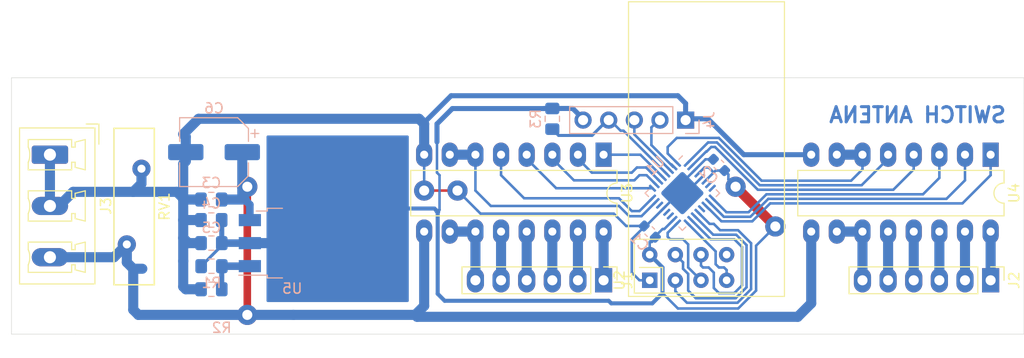
<source format=kicad_pcb>
(kicad_pcb (version 20171130) (host pcbnew "(5.1.4)-1")

  (general
    (thickness 1.6)
    (drawings 9)
    (tracks 301)
    (zones 0)
    (modules 19)
    (nets 44)
  )

  (page A4)
  (layers
    (0 F.Cu signal)
    (31 B.Cu signal)
    (32 B.Adhes user)
    (33 F.Adhes user)
    (34 B.Paste user)
    (35 F.Paste user)
    (36 B.SilkS user)
    (37 F.SilkS user)
    (38 B.Mask user)
    (39 F.Mask user)
    (40 Dwgs.User user)
    (41 Cmts.User user hide)
    (42 Eco1.User user)
    (43 Eco2.User user)
    (44 Edge.Cuts user)
    (45 Margin user)
    (46 B.CrtYd user)
    (47 F.CrtYd user)
    (48 B.Fab user hide)
    (49 F.Fab user)
  )

  (setup
    (last_trace_width 0.25)
    (trace_clearance 0.2)
    (zone_clearance 0.508)
    (zone_45_only no)
    (trace_min 0.2)
    (via_size 0.8)
    (via_drill 0.4)
    (via_min_size 0.4)
    (via_min_drill 0.3)
    (uvia_size 0.3)
    (uvia_drill 0.1)
    (uvias_allowed no)
    (uvia_min_size 0.2)
    (uvia_min_drill 0.1)
    (edge_width 0.05)
    (segment_width 0.2)
    (pcb_text_width 0.3)
    (pcb_text_size 1.5 1.5)
    (mod_edge_width 0.12)
    (mod_text_size 1 1)
    (mod_text_width 0.15)
    (pad_size 2.4 1.7)
    (pad_drill 1)
    (pad_to_mask_clearance 0.051)
    (solder_mask_min_width 0.25)
    (aux_axis_origin 0 0)
    (visible_elements 7FFFFFFF)
    (pcbplotparams
      (layerselection 0x010fc_ffffffff)
      (usegerberextensions false)
      (usegerberattributes false)
      (usegerberadvancedattributes false)
      (creategerberjobfile false)
      (excludeedgelayer true)
      (linewidth 0.100000)
      (plotframeref false)
      (viasonmask false)
      (mode 1)
      (useauxorigin false)
      (hpglpennumber 1)
      (hpglpenspeed 20)
      (hpglpendiameter 15.000000)
      (psnegative false)
      (psa4output false)
      (plotreference true)
      (plotvalue true)
      (plotinvisibletext false)
      (padsonsilk false)
      (subtractmaskfromsilk false)
      (outputformat 1)
      (mirror false)
      (drillshape 1)
      (scaleselection 1)
      (outputdirectory ""))
  )

  (net 0 "")
  (net 1 MCLK)
  (net 2 MISO)
  (net 3 MOSI)
  (net 4 NRF_CS)
  (net 5 NRF_CE)
  (net 6 /AD5)
  (net 7 /AD4)
  (net 8 /AD3)
  (net 9 /AD2)
  (net 10 /AD1)
  (net 11 /AD0)
  (net 12 "Net-(J1-Pad6)")
  (net 13 "Net-(J1-Pad5)")
  (net 14 "Net-(J1-Pad4)")
  (net 15 "Net-(J1-Pad3)")
  (net 16 "Net-(J1-Pad2)")
  (net 17 "Net-(J1-Pad1)")
  (net 18 "Net-(J2-Pad6)")
  (net 19 "Net-(J2-Pad5)")
  (net 20 "Net-(J2-Pad4)")
  (net 21 "Net-(J2-Pad3)")
  (net 22 "Net-(J2-Pad2)")
  (net 23 "Net-(J2-Pad1)")
  (net 24 /7)
  (net 25 /6)
  (net 26 /5)
  (net 27 /2)
  (net 28 /4)
  (net 29 /3)
  (net 30 GND)
  (net 31 VDD)
  (net 32 "Net-(R1-Pad2)")
  (net 33 +12V)
  (net 34 RESET)
  (net 35 "Net-(J4-Pad3)")
  (net 36 "Net-(J4-Pad2)")
  (net 37 "Net-(U1-Pad22)")
  (net 38 "Net-(U1-Pad20)")
  (net 39 "Net-(U1-Pad19)")
  (net 40 "Net-(U1-Pad12)")
  (net 41 "Net-(U1-Pad8)")
  (net 42 "Net-(U1-Pad7)")
  (net 43 "Net-(U2-Pad8)")

  (net_class Default "Esta es la clase de red por defecto."
    (clearance 0.2)
    (trace_width 0.25)
    (via_dia 0.8)
    (via_drill 0.4)
    (uvia_dia 0.3)
    (uvia_drill 0.1)
    (add_net +12V)
    (add_net /2)
    (add_net /3)
    (add_net /4)
    (add_net /5)
    (add_net /6)
    (add_net /7)
    (add_net /AD0)
    (add_net /AD1)
    (add_net /AD2)
    (add_net /AD3)
    (add_net /AD4)
    (add_net /AD5)
    (add_net GND)
    (add_net MCLK)
    (add_net MISO)
    (add_net MOSI)
    (add_net NRF_CE)
    (add_net NRF_CS)
    (add_net "Net-(J1-Pad1)")
    (add_net "Net-(J1-Pad2)")
    (add_net "Net-(J1-Pad3)")
    (add_net "Net-(J1-Pad4)")
    (add_net "Net-(J1-Pad5)")
    (add_net "Net-(J1-Pad6)")
    (add_net "Net-(J2-Pad1)")
    (add_net "Net-(J2-Pad2)")
    (add_net "Net-(J2-Pad3)")
    (add_net "Net-(J2-Pad4)")
    (add_net "Net-(J2-Pad5)")
    (add_net "Net-(J2-Pad6)")
    (add_net "Net-(J4-Pad2)")
    (add_net "Net-(J4-Pad3)")
    (add_net "Net-(R1-Pad2)")
    (add_net "Net-(U1-Pad12)")
    (add_net "Net-(U1-Pad19)")
    (add_net "Net-(U1-Pad20)")
    (add_net "Net-(U1-Pad22)")
    (add_net "Net-(U1-Pad7)")
    (add_net "Net-(U1-Pad8)")
    (add_net "Net-(U2-Pad8)")
    (add_net RESET)
    (add_net VDD)
  )

  (module Varistor:RV_Disc_D15.5mm_W4mm_P7.5mm (layer F.Cu) (tedit 5A0F68FE) (tstamp 5DA8FD1A)
    (at 30.48 74.93 90)
    (descr "Varistor, diameter 15.5mm, width 4mm, pitch 7.5mm")
    (tags "varistor SIOV")
    (path /5DABB5D8)
    (fp_text reference RV1 (at 3.75 3.725 90) (layer F.SilkS)
      (effects (font (size 1 1) (thickness 0.15)))
    )
    (fp_text value Varistor (at 3.75 -2.275 90) (layer F.Fab)
      (effects (font (size 1 1) (thickness 0.15)))
    )
    (fp_line (start -4 -1.275) (end -4 2.725) (layer F.Fab) (width 0.1))
    (fp_line (start 11.5 -1.275) (end 11.5 2.725) (layer F.Fab) (width 0.1))
    (fp_line (start -4 -1.275) (end 11.5 -1.275) (layer F.Fab) (width 0.1))
    (fp_line (start -4 2.725) (end 11.5 2.725) (layer F.Fab) (width 0.1))
    (fp_line (start -4 -1.275) (end -4 2.725) (layer F.SilkS) (width 0.15))
    (fp_line (start 11.5 -1.275) (end 11.5 2.725) (layer F.SilkS) (width 0.15))
    (fp_line (start -4 -1.275) (end 11.5 -1.275) (layer F.SilkS) (width 0.15))
    (fp_line (start -4 2.725) (end 11.5 2.725) (layer F.SilkS) (width 0.15))
    (fp_line (start -4.25 -1.53) (end -4.25 2.98) (layer F.CrtYd) (width 0.05))
    (fp_line (start 11.75 -1.53) (end 11.75 2.98) (layer F.CrtYd) (width 0.05))
    (fp_line (start -4.25 -1.53) (end 11.75 -1.53) (layer F.CrtYd) (width 0.05))
    (fp_line (start -4.25 2.98) (end 11.75 2.98) (layer F.CrtYd) (width 0.05))
    (fp_text user %R (at 3.75 0.725 90) (layer F.Fab)
      (effects (font (size 1 1) (thickness 0.15)))
    )
    (pad 2 thru_hole circle (at 7.5 1.45 90) (size 1.8 1.8) (drill 0.8) (layers *.Cu *.Mask)
      (net 30 GND))
    (pad 1 thru_hole circle (at 0 0 90) (size 1.8 1.8) (drill 0.8) (layers *.Cu *.Mask)
      (net 33 +12V))
    (model ${KISYS3DMOD}/Varistor.3dshapes/RV_Disc_D15.5mm_W4mm_P7.5mm.wrl
      (at (xyz 0 0 0))
      (scale (xyz 1 1 1))
      (rotate (xyz 0 0 0))
    )
  )

  (module Connector_PinHeader_2.54mm:PinHeader_1x05_P2.54mm_Vertical (layer B.Cu) (tedit 59FED5CC) (tstamp 5DA8E517)
    (at 85.852 62.611 90)
    (descr "Through hole straight pin header, 1x05, 2.54mm pitch, single row")
    (tags "Through hole pin header THT 1x05 2.54mm single row")
    (path /5DA93AEE)
    (fp_text reference J4 (at 0 2.33 -90) (layer B.SilkS)
      (effects (font (size 1 1) (thickness 0.15)) (justify mirror))
    )
    (fp_text value Conn_01x05_Male (at 0 -12.49 -90) (layer B.Fab)
      (effects (font (size 1 1) (thickness 0.15)) (justify mirror))
    )
    (fp_text user %R (at 0 -5.08) (layer B.Fab)
      (effects (font (size 1 1) (thickness 0.15)) (justify mirror))
    )
    (fp_line (start 1.8 1.8) (end -1.8 1.8) (layer B.CrtYd) (width 0.05))
    (fp_line (start 1.8 -11.95) (end 1.8 1.8) (layer B.CrtYd) (width 0.05))
    (fp_line (start -1.8 -11.95) (end 1.8 -11.95) (layer B.CrtYd) (width 0.05))
    (fp_line (start -1.8 1.8) (end -1.8 -11.95) (layer B.CrtYd) (width 0.05))
    (fp_line (start -1.33 1.33) (end 0 1.33) (layer B.SilkS) (width 0.12))
    (fp_line (start -1.33 0) (end -1.33 1.33) (layer B.SilkS) (width 0.12))
    (fp_line (start -1.33 -1.27) (end 1.33 -1.27) (layer B.SilkS) (width 0.12))
    (fp_line (start 1.33 -1.27) (end 1.33 -11.49) (layer B.SilkS) (width 0.12))
    (fp_line (start -1.33 -1.27) (end -1.33 -11.49) (layer B.SilkS) (width 0.12))
    (fp_line (start -1.33 -11.49) (end 1.33 -11.49) (layer B.SilkS) (width 0.12))
    (fp_line (start -1.27 0.635) (end -0.635 1.27) (layer B.Fab) (width 0.1))
    (fp_line (start -1.27 -11.43) (end -1.27 0.635) (layer B.Fab) (width 0.1))
    (fp_line (start 1.27 -11.43) (end -1.27 -11.43) (layer B.Fab) (width 0.1))
    (fp_line (start 1.27 1.27) (end 1.27 -11.43) (layer B.Fab) (width 0.1))
    (fp_line (start -0.635 1.27) (end 1.27 1.27) (layer B.Fab) (width 0.1))
    (pad 5 thru_hole oval (at 0 -10.16 90) (size 1.7 1.7) (drill 1) (layers *.Cu *.Mask)
      (net 31 VDD))
    (pad 4 thru_hole oval (at 0 -7.62 90) (size 1.7 1.7) (drill 1) (layers *.Cu *.Mask)
      (net 34 RESET))
    (pad 3 thru_hole oval (at 0 -5.08 90) (size 1.7 1.7) (drill 1) (layers *.Cu *.Mask)
      (net 35 "Net-(J4-Pad3)"))
    (pad 2 thru_hole oval (at 0 -2.54 90) (size 1.7 1.7) (drill 1) (layers *.Cu *.Mask)
      (net 36 "Net-(J4-Pad2)"))
    (pad 1 thru_hole rect (at 0 0 90) (size 1.7 1.7) (drill 1) (layers *.Cu *.Mask)
      (net 30 GND))
    (model ${KISYS3DMOD}/Connector_PinHeader_2.54mm.3dshapes/PinHeader_1x05_P2.54mm_Vertical.wrl
      (at (xyz 0 0 0))
      (scale (xyz 1 1 1))
      (rotate (xyz 0 0 0))
    )
  )

  (module Capacitor_SMD:C_0805_2012Metric_Pad1.15x1.40mm_HandSolder (layer B.Cu) (tedit 5B36C52B) (tstamp 5DA90574)
    (at 72.644 62.484 270)
    (descr "Capacitor SMD 0805 (2012 Metric), square (rectangular) end terminal, IPC_7351 nominal with elongated pad for handsoldering. (Body size source: https://docs.google.com/spreadsheets/d/1BsfQQcO9C6DZCsRaXUlFlo91Tg2WpOkGARC1WS5S8t0/edit?usp=sharing), generated with kicad-footprint-generator")
    (tags "capacitor handsolder")
    (path /5DB37E37)
    (attr smd)
    (fp_text reference R3 (at 0 1.65 90) (layer B.SilkS)
      (effects (font (size 1 1) (thickness 0.15)) (justify mirror))
    )
    (fp_text value R (at 0 -1.65 90) (layer B.Fab)
      (effects (font (size 1 1) (thickness 0.15)) (justify mirror))
    )
    (fp_text user %R (at 0 0 90) (layer B.Fab)
      (effects (font (size 0.5 0.5) (thickness 0.08)) (justify mirror))
    )
    (fp_line (start 1.85 -0.95) (end -1.85 -0.95) (layer B.CrtYd) (width 0.05))
    (fp_line (start 1.85 0.95) (end 1.85 -0.95) (layer B.CrtYd) (width 0.05))
    (fp_line (start -1.85 0.95) (end 1.85 0.95) (layer B.CrtYd) (width 0.05))
    (fp_line (start -1.85 -0.95) (end -1.85 0.95) (layer B.CrtYd) (width 0.05))
    (fp_line (start -0.261252 -0.71) (end 0.261252 -0.71) (layer B.SilkS) (width 0.12))
    (fp_line (start -0.261252 0.71) (end 0.261252 0.71) (layer B.SilkS) (width 0.12))
    (fp_line (start 1 -0.6) (end -1 -0.6) (layer B.Fab) (width 0.1))
    (fp_line (start 1 0.6) (end 1 -0.6) (layer B.Fab) (width 0.1))
    (fp_line (start -1 0.6) (end 1 0.6) (layer B.Fab) (width 0.1))
    (fp_line (start -1 -0.6) (end -1 0.6) (layer B.Fab) (width 0.1))
    (pad 2 smd roundrect (at 1.025 0 270) (size 1.15 1.4) (layers B.Cu B.Paste B.Mask) (roundrect_rratio 0.217391)
      (net 34 RESET))
    (pad 1 smd roundrect (at -1.025 0 270) (size 1.15 1.4) (layers B.Cu B.Paste B.Mask) (roundrect_rratio 0.217391)
      (net 31 VDD))
    (model ${KISYS3DMOD}/Capacitor_SMD.3dshapes/C_0805_2012Metric.wrl
      (at (xyz 0 0 0))
      (scale (xyz 1 1 1))
      (rotate (xyz 0 0 0))
    )
  )

  (module Connector_Phoenix_MC_HighVoltage:PhoenixContact_MCV_1,5_3-G-5.08_1x03_P5.08mm_Vertical (layer F.Cu) (tedit 5B784ED3) (tstamp 5DA8FE09)
    (at 22.86 66.04 270)
    (descr "Generic Phoenix Contact connector footprint for: MCV_1,5/3-G-5.08; number of pins: 03; pin pitch: 5.08mm; Vertical || order number: 1836309 8A 320V")
    (tags "phoenix_contact connector MCV_01x03_G_5.08mm")
    (path /5DB2B23E)
    (fp_text reference J3 (at 5.08 -5.55 90) (layer F.SilkS)
      (effects (font (size 1 1) (thickness 0.15)))
    )
    (fp_text value Conn_01x03_Female (at 5.08 4.1 90) (layer F.Fab)
      (effects (font (size 1 1) (thickness 0.15)))
    )
    (fp_text user %R (at 5.08 -3.65 90) (layer F.Fab)
      (effects (font (size 1 1) (thickness 0.15)))
    )
    (fp_line (start -3.04 -4.85) (end -1.04 -4.85) (layer F.Fab) (width 0.1))
    (fp_line (start -3.04 -3.6) (end -3.04 -4.85) (layer F.Fab) (width 0.1))
    (fp_line (start -3.04 -4.85) (end -1.04 -4.85) (layer F.SilkS) (width 0.12))
    (fp_line (start -3.04 -3.6) (end -3.04 -4.85) (layer F.SilkS) (width 0.12))
    (fp_line (start 13.2 -4.85) (end -3.04 -4.85) (layer F.CrtYd) (width 0.05))
    (fp_line (start 13.2 3.4) (end 13.2 -4.85) (layer F.CrtYd) (width 0.05))
    (fp_line (start -3.04 3.4) (end 13.2 3.4) (layer F.CrtYd) (width 0.05))
    (fp_line (start -3.04 -4.85) (end -3.04 3.4) (layer F.CrtYd) (width 0.05))
    (fp_line (start 11.66 2.15) (end 10.91 2.15) (layer F.SilkS) (width 0.12))
    (fp_line (start 11.66 -2.15) (end 11.66 2.15) (layer F.SilkS) (width 0.12))
    (fp_line (start 10.91 -2.15) (end 11.66 -2.15) (layer F.SilkS) (width 0.12))
    (fp_line (start 10.91 -2.5) (end 10.91 -2.15) (layer F.SilkS) (width 0.12))
    (fp_line (start 11.41 -2.5) (end 10.91 -2.5) (layer F.SilkS) (width 0.12))
    (fp_line (start 11.66 -3.5) (end 11.41 -2.5) (layer F.SilkS) (width 0.12))
    (fp_line (start 8.66 -3.5) (end 11.66 -3.5) (layer F.SilkS) (width 0.12))
    (fp_line (start 8.91 -2.5) (end 8.66 -3.5) (layer F.SilkS) (width 0.12))
    (fp_line (start 9.41 -2.5) (end 8.91 -2.5) (layer F.SilkS) (width 0.12))
    (fp_line (start 9.41 -2.15) (end 9.41 -2.5) (layer F.SilkS) (width 0.12))
    (fp_line (start 8.66 -2.15) (end 9.41 -2.15) (layer F.SilkS) (width 0.12))
    (fp_line (start 8.66 2.15) (end 8.66 -2.15) (layer F.SilkS) (width 0.12))
    (fp_line (start 9.41 2.15) (end 8.66 2.15) (layer F.SilkS) (width 0.12))
    (fp_line (start 6.58 2.15) (end 5.83 2.15) (layer F.SilkS) (width 0.12))
    (fp_line (start 6.58 -2.15) (end 6.58 2.15) (layer F.SilkS) (width 0.12))
    (fp_line (start 5.83 -2.15) (end 6.58 -2.15) (layer F.SilkS) (width 0.12))
    (fp_line (start 5.83 -2.5) (end 5.83 -2.15) (layer F.SilkS) (width 0.12))
    (fp_line (start 6.33 -2.5) (end 5.83 -2.5) (layer F.SilkS) (width 0.12))
    (fp_line (start 6.58 -3.5) (end 6.33 -2.5) (layer F.SilkS) (width 0.12))
    (fp_line (start 3.58 -3.5) (end 6.58 -3.5) (layer F.SilkS) (width 0.12))
    (fp_line (start 3.83 -2.5) (end 3.58 -3.5) (layer F.SilkS) (width 0.12))
    (fp_line (start 4.33 -2.5) (end 3.83 -2.5) (layer F.SilkS) (width 0.12))
    (fp_line (start 4.33 -2.15) (end 4.33 -2.5) (layer F.SilkS) (width 0.12))
    (fp_line (start 3.58 -2.15) (end 4.33 -2.15) (layer F.SilkS) (width 0.12))
    (fp_line (start 3.58 2.15) (end 3.58 -2.15) (layer F.SilkS) (width 0.12))
    (fp_line (start 4.33 2.15) (end 3.58 2.15) (layer F.SilkS) (width 0.12))
    (fp_line (start 1.5 2.15) (end 0.75 2.15) (layer F.SilkS) (width 0.12))
    (fp_line (start 1.5 -2.15) (end 1.5 2.15) (layer F.SilkS) (width 0.12))
    (fp_line (start 0.75 -2.15) (end 1.5 -2.15) (layer F.SilkS) (width 0.12))
    (fp_line (start 0.75 -2.5) (end 0.75 -2.15) (layer F.SilkS) (width 0.12))
    (fp_line (start 1.25 -2.5) (end 0.75 -2.5) (layer F.SilkS) (width 0.12))
    (fp_line (start 1.5 -3.5) (end 1.25 -2.5) (layer F.SilkS) (width 0.12))
    (fp_line (start -1.5 -3.5) (end 1.5 -3.5) (layer F.SilkS) (width 0.12))
    (fp_line (start -1.25 -2.5) (end -1.5 -3.5) (layer F.SilkS) (width 0.12))
    (fp_line (start -0.75 -2.5) (end -1.25 -2.5) (layer F.SilkS) (width 0.12))
    (fp_line (start -0.75 -2.15) (end -0.75 -2.5) (layer F.SilkS) (width 0.12))
    (fp_line (start -1.5 -2.15) (end -0.75 -2.15) (layer F.SilkS) (width 0.12))
    (fp_line (start -1.5 2.15) (end -1.5 -2.15) (layer F.SilkS) (width 0.12))
    (fp_line (start -0.75 2.15) (end -1.5 2.15) (layer F.SilkS) (width 0.12))
    (fp_line (start 12.7 -4.35) (end -2.54 -4.35) (layer F.Fab) (width 0.1))
    (fp_line (start 12.7 2.9) (end 12.7 -4.35) (layer F.Fab) (width 0.1))
    (fp_line (start -2.54 2.9) (end 12.7 2.9) (layer F.Fab) (width 0.1))
    (fp_line (start -2.54 -4.35) (end -2.54 2.9) (layer F.Fab) (width 0.1))
    (fp_line (start 12.81 -4.46) (end -2.65 -4.46) (layer F.SilkS) (width 0.12))
    (fp_line (start 12.81 3.01) (end 12.81 -4.46) (layer F.SilkS) (width 0.12))
    (fp_line (start -2.65 3.01) (end 12.81 3.01) (layer F.SilkS) (width 0.12))
    (fp_line (start -2.65 -4.46) (end -2.65 3.01) (layer F.SilkS) (width 0.12))
    (fp_arc (start 10.16 3.85) (end 9.41 2.15) (angle 47.6) (layer F.SilkS) (width 0.12))
    (fp_arc (start 5.08 3.85) (end 4.33 2.15) (angle 47.6) (layer F.SilkS) (width 0.12))
    (fp_arc (start 0 3.85) (end -0.75 2.15) (angle 47.6) (layer F.SilkS) (width 0.12))
    (pad 3 thru_hole oval (at 10.16 0 270) (size 1.8 3.6) (drill 1.2) (layers *.Cu *.Mask)
      (net 33 +12V))
    (pad 2 thru_hole oval (at 5.08 0 270) (size 1.8 3.6) (drill 1.2) (layers *.Cu *.Mask)
      (net 30 GND))
    (pad 1 thru_hole roundrect (at 0 0 270) (size 1.8 3.6) (drill 1.2) (layers *.Cu *.Mask) (roundrect_rratio 0.138889)
      (net 30 GND))
    (model ${KISYS3DMOD}/Connector_Phoenix_MC_HighVoltage.3dshapes/PhoenixContact_MCV_1,5_3-G-5.08_1x03_P5.08mm_Vertical.wrl
      (at (xyz 0 0 0))
      (scale (xyz 1 1 1))
      (rotate (xyz 0 0 0))
    )
  )

  (module Capacitor_SMD:CP_Elec_6.3x5.9 (layer B.Cu) (tedit 5BCA39D0) (tstamp 5DA9138D)
    (at 39.122 65.786 180)
    (descr "SMD capacitor, aluminum electrolytic, Panasonic C6, 6.3x5.9mm")
    (tags "capacitor electrolytic")
    (path /5DB2361D)
    (attr smd)
    (fp_text reference C6 (at 0 4.35) (layer B.SilkS)
      (effects (font (size 1 1) (thickness 0.15)) (justify mirror))
    )
    (fp_text value CP (at 0 -4.35) (layer B.Fab)
      (effects (font (size 1 1) (thickness 0.15)) (justify mirror))
    )
    (fp_text user %R (at 0 0) (layer B.Fab)
      (effects (font (size 1 1) (thickness 0.15)) (justify mirror))
    )
    (fp_line (start -4.8 -1.05) (end -3.55 -1.05) (layer B.CrtYd) (width 0.05))
    (fp_line (start -4.8 1.05) (end -4.8 -1.05) (layer B.CrtYd) (width 0.05))
    (fp_line (start -3.55 1.05) (end -4.8 1.05) (layer B.CrtYd) (width 0.05))
    (fp_line (start -3.55 -1.05) (end -3.55 -2.4) (layer B.CrtYd) (width 0.05))
    (fp_line (start -3.55 2.4) (end -3.55 1.05) (layer B.CrtYd) (width 0.05))
    (fp_line (start -3.55 2.4) (end -2.4 3.55) (layer B.CrtYd) (width 0.05))
    (fp_line (start -3.55 -2.4) (end -2.4 -3.55) (layer B.CrtYd) (width 0.05))
    (fp_line (start -2.4 3.55) (end 3.55 3.55) (layer B.CrtYd) (width 0.05))
    (fp_line (start -2.4 -3.55) (end 3.55 -3.55) (layer B.CrtYd) (width 0.05))
    (fp_line (start 3.55 -1.05) (end 3.55 -3.55) (layer B.CrtYd) (width 0.05))
    (fp_line (start 4.8 -1.05) (end 3.55 -1.05) (layer B.CrtYd) (width 0.05))
    (fp_line (start 4.8 1.05) (end 4.8 -1.05) (layer B.CrtYd) (width 0.05))
    (fp_line (start 3.55 1.05) (end 4.8 1.05) (layer B.CrtYd) (width 0.05))
    (fp_line (start 3.55 3.55) (end 3.55 1.05) (layer B.CrtYd) (width 0.05))
    (fp_line (start -4.04375 2.24125) (end -4.04375 1.45375) (layer B.SilkS) (width 0.12))
    (fp_line (start -4.4375 1.8475) (end -3.65 1.8475) (layer B.SilkS) (width 0.12))
    (fp_line (start -3.41 -2.345563) (end -2.345563 -3.41) (layer B.SilkS) (width 0.12))
    (fp_line (start -3.41 2.345563) (end -2.345563 3.41) (layer B.SilkS) (width 0.12))
    (fp_line (start -3.41 2.345563) (end -3.41 1.06) (layer B.SilkS) (width 0.12))
    (fp_line (start -3.41 -2.345563) (end -3.41 -1.06) (layer B.SilkS) (width 0.12))
    (fp_line (start -2.345563 -3.41) (end 3.41 -3.41) (layer B.SilkS) (width 0.12))
    (fp_line (start -2.345563 3.41) (end 3.41 3.41) (layer B.SilkS) (width 0.12))
    (fp_line (start 3.41 3.41) (end 3.41 1.06) (layer B.SilkS) (width 0.12))
    (fp_line (start 3.41 -3.41) (end 3.41 -1.06) (layer B.SilkS) (width 0.12))
    (fp_line (start -2.389838 1.645) (end -2.389838 1.015) (layer B.Fab) (width 0.1))
    (fp_line (start -2.704838 1.33) (end -2.074838 1.33) (layer B.Fab) (width 0.1))
    (fp_line (start -3.3 -2.3) (end -2.3 -3.3) (layer B.Fab) (width 0.1))
    (fp_line (start -3.3 2.3) (end -2.3 3.3) (layer B.Fab) (width 0.1))
    (fp_line (start -3.3 2.3) (end -3.3 -2.3) (layer B.Fab) (width 0.1))
    (fp_line (start -2.3 -3.3) (end 3.3 -3.3) (layer B.Fab) (width 0.1))
    (fp_line (start -2.3 3.3) (end 3.3 3.3) (layer B.Fab) (width 0.1))
    (fp_line (start 3.3 3.3) (end 3.3 -3.3) (layer B.Fab) (width 0.1))
    (fp_circle (center 0 0) (end 3.15 0) (layer B.Fab) (width 0.1))
    (pad 2 smd roundrect (at 2.8 0 180) (size 3.5 1.6) (layers B.Cu B.Paste B.Mask) (roundrect_rratio 0.15625)
      (net 30 GND))
    (pad 1 smd roundrect (at -2.8 0 180) (size 3.5 1.6) (layers B.Cu B.Paste B.Mask) (roundrect_rratio 0.15625)
      (net 33 +12V))
    (model ${KISYS3DMOD}/Capacitor_SMD.3dshapes/CP_Elec_6.3x5.9.wrl
      (at (xyz 0 0 0))
      (scale (xyz 1 1 1))
      (rotate (xyz 0 0 0))
    )
  )

  (module Capacitor_SMD:C_0805_2012Metric_Pad1.15x1.40mm_HandSolder (layer B.Cu) (tedit 5B36C52B) (tstamp 5DA8D443)
    (at 38.862 79.375 180)
    (descr "Capacitor SMD 0805 (2012 Metric), square (rectangular) end terminal, IPC_7351 nominal with elongated pad for handsoldering. (Body size source: https://docs.google.com/spreadsheets/d/1BsfQQcO9C6DZCsRaXUlFlo91Tg2WpOkGARC1WS5S8t0/edit?usp=sharing), generated with kicad-footprint-generator")
    (tags "capacitor handsolder")
    (path /5DB21B31)
    (attr smd)
    (fp_text reference R2 (at -1.016 -3.81) (layer B.SilkS)
      (effects (font (size 1 1) (thickness 0.15)) (justify mirror))
    )
    (fp_text value R (at 0 -1.65) (layer B.Fab)
      (effects (font (size 1 1) (thickness 0.15)) (justify mirror))
    )
    (fp_text user %R (at 0 0) (layer B.Fab)
      (effects (font (size 0.5 0.5) (thickness 0.08)) (justify mirror))
    )
    (fp_line (start 1.85 -0.95) (end -1.85 -0.95) (layer B.CrtYd) (width 0.05))
    (fp_line (start 1.85 0.95) (end 1.85 -0.95) (layer B.CrtYd) (width 0.05))
    (fp_line (start -1.85 0.95) (end 1.85 0.95) (layer B.CrtYd) (width 0.05))
    (fp_line (start -1.85 -0.95) (end -1.85 0.95) (layer B.CrtYd) (width 0.05))
    (fp_line (start -0.261252 -0.71) (end 0.261252 -0.71) (layer B.SilkS) (width 0.12))
    (fp_line (start -0.261252 0.71) (end 0.261252 0.71) (layer B.SilkS) (width 0.12))
    (fp_line (start 1 -0.6) (end -1 -0.6) (layer B.Fab) (width 0.1))
    (fp_line (start 1 0.6) (end 1 -0.6) (layer B.Fab) (width 0.1))
    (fp_line (start -1 0.6) (end 1 0.6) (layer B.Fab) (width 0.1))
    (fp_line (start -1 -0.6) (end -1 0.6) (layer B.Fab) (width 0.1))
    (pad 2 smd roundrect (at 1.025 0 180) (size 1.15 1.4) (layers B.Cu B.Paste B.Mask) (roundrect_rratio 0.217391)
      (net 30 GND))
    (pad 1 smd roundrect (at -1.025 0 180) (size 1.15 1.4) (layers B.Cu B.Paste B.Mask) (roundrect_rratio 0.217391)
      (net 32 "Net-(R1-Pad2)"))
    (model ${KISYS3DMOD}/Capacitor_SMD.3dshapes/C_0805_2012Metric.wrl
      (at (xyz 0 0 0))
      (scale (xyz 1 1 1))
      (rotate (xyz 0 0 0))
    )
  )

  (module Capacitor_SMD:C_0805_2012Metric_Pad1.15x1.40mm_HandSolder (layer B.Cu) (tedit 5B36C52B) (tstamp 5DA8D432)
    (at 38.871 77.089)
    (descr "Capacitor SMD 0805 (2012 Metric), square (rectangular) end terminal, IPC_7351 nominal with elongated pad for handsoldering. (Body size source: https://docs.google.com/spreadsheets/d/1BsfQQcO9C6DZCsRaXUlFlo91Tg2WpOkGARC1WS5S8t0/edit?usp=sharing), generated with kicad-footprint-generator")
    (tags "capacitor handsolder")
    (path /5DB16EB8)
    (attr smd)
    (fp_text reference R1 (at 0 1.65) (layer B.SilkS)
      (effects (font (size 1 1) (thickness 0.15)) (justify mirror))
    )
    (fp_text value R (at 0 -1.65) (layer B.Fab)
      (effects (font (size 1 1) (thickness 0.15)) (justify mirror))
    )
    (fp_text user %R (at 0 0) (layer B.Fab)
      (effects (font (size 0.5 0.5) (thickness 0.08)) (justify mirror))
    )
    (fp_line (start 1.85 -0.95) (end -1.85 -0.95) (layer B.CrtYd) (width 0.05))
    (fp_line (start 1.85 0.95) (end 1.85 -0.95) (layer B.CrtYd) (width 0.05))
    (fp_line (start -1.85 0.95) (end 1.85 0.95) (layer B.CrtYd) (width 0.05))
    (fp_line (start -1.85 -0.95) (end -1.85 0.95) (layer B.CrtYd) (width 0.05))
    (fp_line (start -0.261252 -0.71) (end 0.261252 -0.71) (layer B.SilkS) (width 0.12))
    (fp_line (start -0.261252 0.71) (end 0.261252 0.71) (layer B.SilkS) (width 0.12))
    (fp_line (start 1 -0.6) (end -1 -0.6) (layer B.Fab) (width 0.1))
    (fp_line (start 1 0.6) (end 1 -0.6) (layer B.Fab) (width 0.1))
    (fp_line (start -1 0.6) (end 1 0.6) (layer B.Fab) (width 0.1))
    (fp_line (start -1 -0.6) (end -1 0.6) (layer B.Fab) (width 0.1))
    (pad 2 smd roundrect (at 1.025 0) (size 1.15 1.4) (layers B.Cu B.Paste B.Mask) (roundrect_rratio 0.217391)
      (net 32 "Net-(R1-Pad2)"))
    (pad 1 smd roundrect (at -1.025 0) (size 1.15 1.4) (layers B.Cu B.Paste B.Mask) (roundrect_rratio 0.217391)
      (net 31 VDD))
    (model ${KISYS3DMOD}/Capacitor_SMD.3dshapes/C_0805_2012Metric.wrl
      (at (xyz 0 0 0))
      (scale (xyz 1 1 1))
      (rotate (xyz 0 0 0))
    )
  )

  (module Capacitor_SMD:C_0805_2012Metric_Pad1.15x1.40mm_HandSolder (layer B.Cu) (tedit 5B36C52B) (tstamp 5DA8CA88)
    (at 38.862 74.803 180)
    (descr "Capacitor SMD 0805 (2012 Metric), square (rectangular) end terminal, IPC_7351 nominal with elongated pad for handsoldering. (Body size source: https://docs.google.com/spreadsheets/d/1BsfQQcO9C6DZCsRaXUlFlo91Tg2WpOkGARC1WS5S8t0/edit?usp=sharing), generated with kicad-footprint-generator")
    (tags "capacitor handsolder")
    (path /5DB11D57)
    (attr smd)
    (fp_text reference C5 (at 0 1.524) (layer B.SilkS)
      (effects (font (size 1 1) (thickness 0.15)) (justify mirror))
    )
    (fp_text value C (at 0 -1.65) (layer B.Fab)
      (effects (font (size 1 1) (thickness 0.15)) (justify mirror))
    )
    (fp_text user %R (at 0 0) (layer B.Fab)
      (effects (font (size 0.5 0.5) (thickness 0.08)) (justify mirror))
    )
    (fp_line (start 1.85 -0.95) (end -1.85 -0.95) (layer B.CrtYd) (width 0.05))
    (fp_line (start 1.85 0.95) (end 1.85 -0.95) (layer B.CrtYd) (width 0.05))
    (fp_line (start -1.85 0.95) (end 1.85 0.95) (layer B.CrtYd) (width 0.05))
    (fp_line (start -1.85 -0.95) (end -1.85 0.95) (layer B.CrtYd) (width 0.05))
    (fp_line (start -0.261252 -0.71) (end 0.261252 -0.71) (layer B.SilkS) (width 0.12))
    (fp_line (start -0.261252 0.71) (end 0.261252 0.71) (layer B.SilkS) (width 0.12))
    (fp_line (start 1 -0.6) (end -1 -0.6) (layer B.Fab) (width 0.1))
    (fp_line (start 1 0.6) (end 1 -0.6) (layer B.Fab) (width 0.1))
    (fp_line (start -1 0.6) (end 1 0.6) (layer B.Fab) (width 0.1))
    (fp_line (start -1 -0.6) (end -1 0.6) (layer B.Fab) (width 0.1))
    (pad 2 smd roundrect (at 1.025 0 180) (size 1.15 1.4) (layers B.Cu B.Paste B.Mask) (roundrect_rratio 0.217391)
      (net 30 GND))
    (pad 1 smd roundrect (at -1.025 0 180) (size 1.15 1.4) (layers B.Cu B.Paste B.Mask) (roundrect_rratio 0.217391)
      (net 31 VDD))
    (model ${KISYS3DMOD}/Capacitor_SMD.3dshapes/C_0805_2012Metric.wrl
      (at (xyz 0 0 0))
      (scale (xyz 1 1 1))
      (rotate (xyz 0 0 0))
    )
  )

  (module Capacitor_SMD:C_0805_2012Metric_Pad1.15x1.40mm_HandSolder (layer B.Cu) (tedit 5B36C52B) (tstamp 5DA8CA77)
    (at 38.853 72.517 180)
    (descr "Capacitor SMD 0805 (2012 Metric), square (rectangular) end terminal, IPC_7351 nominal with elongated pad for handsoldering. (Body size source: https://docs.google.com/spreadsheets/d/1BsfQQcO9C6DZCsRaXUlFlo91Tg2WpOkGARC1WS5S8t0/edit?usp=sharing), generated with kicad-footprint-generator")
    (tags "capacitor handsolder")
    (path /5DB07505)
    (attr smd)
    (fp_text reference C4 (at 0 1.65) (layer B.SilkS)
      (effects (font (size 1 1) (thickness 0.15)) (justify mirror))
    )
    (fp_text value C (at 0 -1.65) (layer B.Fab)
      (effects (font (size 1 1) (thickness 0.15)) (justify mirror))
    )
    (fp_text user %R (at 0 0) (layer B.Fab)
      (effects (font (size 0.5 0.5) (thickness 0.08)) (justify mirror))
    )
    (fp_line (start 1.85 -0.95) (end -1.85 -0.95) (layer B.CrtYd) (width 0.05))
    (fp_line (start 1.85 0.95) (end 1.85 -0.95) (layer B.CrtYd) (width 0.05))
    (fp_line (start -1.85 0.95) (end 1.85 0.95) (layer B.CrtYd) (width 0.05))
    (fp_line (start -1.85 -0.95) (end -1.85 0.95) (layer B.CrtYd) (width 0.05))
    (fp_line (start -0.261252 -0.71) (end 0.261252 -0.71) (layer B.SilkS) (width 0.12))
    (fp_line (start -0.261252 0.71) (end 0.261252 0.71) (layer B.SilkS) (width 0.12))
    (fp_line (start 1 -0.6) (end -1 -0.6) (layer B.Fab) (width 0.1))
    (fp_line (start 1 0.6) (end 1 -0.6) (layer B.Fab) (width 0.1))
    (fp_line (start -1 0.6) (end 1 0.6) (layer B.Fab) (width 0.1))
    (fp_line (start -1 -0.6) (end -1 0.6) (layer B.Fab) (width 0.1))
    (pad 2 smd roundrect (at 1.025 0 180) (size 1.15 1.4) (layers B.Cu B.Paste B.Mask) (roundrect_rratio 0.217391)
      (net 30 GND))
    (pad 1 smd roundrect (at -1.025 0 180) (size 1.15 1.4) (layers B.Cu B.Paste B.Mask) (roundrect_rratio 0.217391)
      (net 31 VDD))
    (model ${KISYS3DMOD}/Capacitor_SMD.3dshapes/C_0805_2012Metric.wrl
      (at (xyz 0 0 0))
      (scale (xyz 1 1 1))
      (rotate (xyz 0 0 0))
    )
  )

  (module Capacitor_SMD:C_0805_2012Metric_Pad1.15x1.40mm_HandSolder (layer B.Cu) (tedit 5B36C52B) (tstamp 5DA8CA66)
    (at 38.853 70.485 180)
    (descr "Capacitor SMD 0805 (2012 Metric), square (rectangular) end terminal, IPC_7351 nominal with elongated pad for handsoldering. (Body size source: https://docs.google.com/spreadsheets/d/1BsfQQcO9C6DZCsRaXUlFlo91Tg2WpOkGARC1WS5S8t0/edit?usp=sharing), generated with kicad-footprint-generator")
    (tags "capacitor handsolder")
    (path /5DB06E94)
    (attr smd)
    (fp_text reference C3 (at 0 1.65) (layer B.SilkS)
      (effects (font (size 1 1) (thickness 0.15)) (justify mirror))
    )
    (fp_text value C (at 0 -1.65) (layer B.Fab)
      (effects (font (size 1 1) (thickness 0.15)) (justify mirror))
    )
    (fp_text user %R (at 0 0) (layer B.Fab)
      (effects (font (size 0.5 0.5) (thickness 0.08)) (justify mirror))
    )
    (fp_line (start 1.85 -0.95) (end -1.85 -0.95) (layer B.CrtYd) (width 0.05))
    (fp_line (start 1.85 0.95) (end 1.85 -0.95) (layer B.CrtYd) (width 0.05))
    (fp_line (start -1.85 0.95) (end 1.85 0.95) (layer B.CrtYd) (width 0.05))
    (fp_line (start -1.85 -0.95) (end -1.85 0.95) (layer B.CrtYd) (width 0.05))
    (fp_line (start -0.261252 -0.71) (end 0.261252 -0.71) (layer B.SilkS) (width 0.12))
    (fp_line (start -0.261252 0.71) (end 0.261252 0.71) (layer B.SilkS) (width 0.12))
    (fp_line (start 1 -0.6) (end -1 -0.6) (layer B.Fab) (width 0.1))
    (fp_line (start 1 0.6) (end 1 -0.6) (layer B.Fab) (width 0.1))
    (fp_line (start -1 0.6) (end 1 0.6) (layer B.Fab) (width 0.1))
    (fp_line (start -1 -0.6) (end -1 0.6) (layer B.Fab) (width 0.1))
    (pad 2 smd roundrect (at 1.025 0 180) (size 1.15 1.4) (layers B.Cu B.Paste B.Mask) (roundrect_rratio 0.217391)
      (net 30 GND))
    (pad 1 smd roundrect (at -1.025 0 180) (size 1.15 1.4) (layers B.Cu B.Paste B.Mask) (roundrect_rratio 0.217391)
      (net 33 +12V))
    (model ${KISYS3DMOD}/Capacitor_SMD.3dshapes/C_0805_2012Metric.wrl
      (at (xyz 0 0 0))
      (scale (xyz 1 1 1))
      (rotate (xyz 0 0 0))
    )
  )

  (module Package_TO_SOT_SMD:TO-252-3_TabPin2 (layer B.Cu) (tedit 5A70F30B) (tstamp 5DA8C613)
    (at 46.872 74.803)
    (descr "TO-252 / DPAK SMD package, http://www.infineon.com/cms/en/product/packages/PG-TO252/PG-TO252-3-1/")
    (tags "DPAK TO-252 DPAK-3 TO-252-3 SOT-428")
    (path /5DB05C1E)
    (attr smd)
    (fp_text reference U5 (at 0 4.5 180) (layer B.SilkS)
      (effects (font (size 1 1) (thickness 0.15)) (justify mirror))
    )
    (fp_text value LM317_3PinPackage (at 0 -4.5 180) (layer B.Fab)
      (effects (font (size 1 1) (thickness 0.15)) (justify mirror))
    )
    (fp_text user %R (at 0 0 180) (layer B.Fab)
      (effects (font (size 1 1) (thickness 0.15)) (justify mirror))
    )
    (fp_line (start 5.55 3.5) (end -5.55 3.5) (layer B.CrtYd) (width 0.05))
    (fp_line (start 5.55 -3.5) (end 5.55 3.5) (layer B.CrtYd) (width 0.05))
    (fp_line (start -5.55 -3.5) (end 5.55 -3.5) (layer B.CrtYd) (width 0.05))
    (fp_line (start -5.55 3.5) (end -5.55 -3.5) (layer B.CrtYd) (width 0.05))
    (fp_line (start -2.47 -3.18) (end -3.57 -3.18) (layer B.SilkS) (width 0.12))
    (fp_line (start -2.47 -3.45) (end -2.47 -3.18) (layer B.SilkS) (width 0.12))
    (fp_line (start -0.97 -3.45) (end -2.47 -3.45) (layer B.SilkS) (width 0.12))
    (fp_line (start -2.47 3.18) (end -5.3 3.18) (layer B.SilkS) (width 0.12))
    (fp_line (start -2.47 3.45) (end -2.47 3.18) (layer B.SilkS) (width 0.12))
    (fp_line (start -0.97 3.45) (end -2.47 3.45) (layer B.SilkS) (width 0.12))
    (fp_line (start -4.97 -2.655) (end -2.27 -2.655) (layer B.Fab) (width 0.1))
    (fp_line (start -4.97 -1.905) (end -4.97 -2.655) (layer B.Fab) (width 0.1))
    (fp_line (start -2.27 -1.905) (end -4.97 -1.905) (layer B.Fab) (width 0.1))
    (fp_line (start -4.97 -0.375) (end -2.27 -0.375) (layer B.Fab) (width 0.1))
    (fp_line (start -4.97 0.375) (end -4.97 -0.375) (layer B.Fab) (width 0.1))
    (fp_line (start -2.27 0.375) (end -4.97 0.375) (layer B.Fab) (width 0.1))
    (fp_line (start -4.97 1.905) (end -2.27 1.905) (layer B.Fab) (width 0.1))
    (fp_line (start -4.97 2.655) (end -4.97 1.905) (layer B.Fab) (width 0.1))
    (fp_line (start -1.865 2.655) (end -4.97 2.655) (layer B.Fab) (width 0.1))
    (fp_line (start -1.27 3.25) (end 3.95 3.25) (layer B.Fab) (width 0.1))
    (fp_line (start -2.27 2.25) (end -1.27 3.25) (layer B.Fab) (width 0.1))
    (fp_line (start -2.27 -3.25) (end -2.27 2.25) (layer B.Fab) (width 0.1))
    (fp_line (start 3.95 -3.25) (end -2.27 -3.25) (layer B.Fab) (width 0.1))
    (fp_line (start 3.95 3.25) (end 3.95 -3.25) (layer B.Fab) (width 0.1))
    (fp_line (start 4.95 -2.7) (end 3.95 -2.7) (layer B.Fab) (width 0.1))
    (fp_line (start 4.95 2.7) (end 4.95 -2.7) (layer B.Fab) (width 0.1))
    (fp_line (start 3.95 2.7) (end 4.95 2.7) (layer B.Fab) (width 0.1))
    (pad "" smd rect (at 0.425 -1.525) (size 3.05 2.75) (layers B.Paste))
    (pad "" smd rect (at 3.775 1.525) (size 3.05 2.75) (layers B.Paste))
    (pad "" smd rect (at 0.425 1.525) (size 3.05 2.75) (layers B.Paste))
    (pad "" smd rect (at 3.775 -1.525) (size 3.05 2.75) (layers B.Paste))
    (pad 2 smd rect (at 2.1 0) (size 6.4 5.8) (layers B.Cu B.Mask)
      (net 31 VDD))
    (pad 3 smd rect (at -4.2 -2.28) (size 2.2 1.2) (layers B.Cu B.Paste B.Mask)
      (net 33 +12V))
    (pad 2 smd rect (at -4.2 0) (size 2.2 1.2) (layers B.Cu B.Paste B.Mask)
      (net 31 VDD))
    (pad 1 smd rect (at -4.2 2.28) (size 2.2 1.2) (layers B.Cu B.Paste B.Mask)
      (net 32 "Net-(R1-Pad2)"))
    (model ${KISYS3DMOD}/Package_TO_SOT_SMD.3dshapes/TO-252-3_TabPin2.wrl
      (at (xyz 0 0 0))
      (scale (xyz 1 1 1))
      (rotate (xyz 0 0 0))
    )
  )

  (module Capacitor_SMD:C_0603_1608Metric (layer B.Cu) (tedit 5B301BBE) (tstamp 5DA8BA29)
    (at 89.154 67.056 315)
    (descr "Capacitor SMD 0603 (1608 Metric), square (rectangular) end terminal, IPC_7351 nominal, (Body size source: http://www.tortai-tech.com/upload/download/2011102023233369053.pdf), generated with kicad-footprint-generator")
    (tags capacitor)
    (path /5DB030B7)
    (attr smd)
    (fp_text reference C2 (at 0 1.43 135) (layer B.SilkS)
      (effects (font (size 1 1) (thickness 0.15)) (justify mirror))
    )
    (fp_text value C (at 0 -1.43 135) (layer B.Fab)
      (effects (font (size 1 1) (thickness 0.15)) (justify mirror))
    )
    (fp_text user %R (at 0 0 135) (layer B.Fab)
      (effects (font (size 0.4 0.4) (thickness 0.06)) (justify mirror))
    )
    (fp_line (start 1.48 -0.73) (end -1.48 -0.73) (layer B.CrtYd) (width 0.05))
    (fp_line (start 1.48 0.73) (end 1.48 -0.73) (layer B.CrtYd) (width 0.05))
    (fp_line (start -1.48 0.73) (end 1.48 0.73) (layer B.CrtYd) (width 0.05))
    (fp_line (start -1.48 -0.73) (end -1.48 0.73) (layer B.CrtYd) (width 0.05))
    (fp_line (start -0.162779 -0.51) (end 0.162779 -0.51) (layer B.SilkS) (width 0.12))
    (fp_line (start -0.162779 0.51) (end 0.162779 0.51) (layer B.SilkS) (width 0.12))
    (fp_line (start 0.8 -0.4) (end -0.8 -0.4) (layer B.Fab) (width 0.1))
    (fp_line (start 0.8 0.4) (end 0.8 -0.4) (layer B.Fab) (width 0.1))
    (fp_line (start -0.8 0.4) (end 0.8 0.4) (layer B.Fab) (width 0.1))
    (fp_line (start -0.8 -0.4) (end -0.8 0.4) (layer B.Fab) (width 0.1))
    (pad 2 smd roundrect (at 0.7875 0 315) (size 0.875 0.95) (layers B.Cu B.Paste B.Mask) (roundrect_rratio 0.25)
      (net 31 VDD))
    (pad 1 smd roundrect (at -0.7875 0 315) (size 0.875 0.95) (layers B.Cu B.Paste B.Mask) (roundrect_rratio 0.25)
      (net 30 GND))
    (model ${KISYS3DMOD}/Capacitor_SMD.3dshapes/C_0603_1608Metric.wrl
      (at (xyz 0 0 0))
      (scale (xyz 1 1 1))
      (rotate (xyz 0 0 0))
    )
  )

  (module Capacitor_SMD:C_0603_1608Metric (layer B.Cu) (tedit 5B301BBE) (tstamp 5DA8B205)
    (at 82.296 73.66 315)
    (descr "Capacitor SMD 0603 (1608 Metric), square (rectangular) end terminal, IPC_7351 nominal, (Body size source: http://www.tortai-tech.com/upload/download/2011102023233369053.pdf), generated with kicad-footprint-generator")
    (tags capacitor)
    (path /5DB013B5)
    (attr smd)
    (fp_text reference C1 (at 0 1.43 135) (layer B.SilkS)
      (effects (font (size 1 1) (thickness 0.15)) (justify mirror))
    )
    (fp_text value C (at 0 -1.43 135) (layer B.Fab)
      (effects (font (size 1 1) (thickness 0.15)) (justify mirror))
    )
    (fp_text user %R (at 0 0 135) (layer B.Fab)
      (effects (font (size 0.4 0.4) (thickness 0.06)) (justify mirror))
    )
    (fp_line (start 1.48 -0.73) (end -1.48 -0.73) (layer B.CrtYd) (width 0.05))
    (fp_line (start 1.48 0.73) (end 1.48 -0.73) (layer B.CrtYd) (width 0.05))
    (fp_line (start -1.48 0.73) (end 1.48 0.73) (layer B.CrtYd) (width 0.05))
    (fp_line (start -1.48 -0.73) (end -1.48 0.73) (layer B.CrtYd) (width 0.05))
    (fp_line (start -0.162779 -0.51) (end 0.162779 -0.51) (layer B.SilkS) (width 0.12))
    (fp_line (start -0.162779 0.51) (end 0.162779 0.51) (layer B.SilkS) (width 0.12))
    (fp_line (start 0.8 -0.4) (end -0.8 -0.4) (layer B.Fab) (width 0.1))
    (fp_line (start 0.8 0.4) (end 0.8 -0.4) (layer B.Fab) (width 0.1))
    (fp_line (start -0.8 0.4) (end 0.8 0.4) (layer B.Fab) (width 0.1))
    (fp_line (start -0.8 -0.4) (end -0.8 0.4) (layer B.Fab) (width 0.1))
    (pad 2 smd roundrect (at 0.7875 0 315) (size 0.875 0.95) (layers B.Cu B.Paste B.Mask) (roundrect_rratio 0.25)
      (net 31 VDD))
    (pad 1 smd roundrect (at -0.7875 0 315) (size 0.875 0.95) (layers B.Cu B.Paste B.Mask) (roundrect_rratio 0.25)
      (net 30 GND))
    (model ${KISYS3DMOD}/Capacitor_SMD.3dshapes/C_0603_1608Metric.wrl
      (at (xyz 0 0 0))
      (scale (xyz 1 1 1))
      (rotate (xyz 0 0 0))
    )
  )

  (module Package_DIP:DIP-16_W7.62mm_LongPads (layer F.Cu) (tedit 5A02E8C5) (tstamp 5DA8485E)
    (at 116.078 66.04 270)
    (descr "16-lead though-hole mounted DIP package, row spacing 7.62 mm (300 mils), LongPads")
    (tags "THT DIP DIL PDIP 2.54mm 7.62mm 300mil LongPads")
    (path /5DA86212)
    (fp_text reference U4 (at 3.81 -2.33 90) (layer F.SilkS)
      (effects (font (size 1 1) (thickness 0.15)))
    )
    (fp_text value ULN2003 (at 3.81 20.11 90) (layer F.Fab)
      (effects (font (size 1 1) (thickness 0.15)))
    )
    (fp_text user %R (at 3.81 8.89 90) (layer F.Fab)
      (effects (font (size 1 1) (thickness 0.15)))
    )
    (fp_line (start 9.1 -1.55) (end -1.45 -1.55) (layer F.CrtYd) (width 0.05))
    (fp_line (start 9.1 19.3) (end 9.1 -1.55) (layer F.CrtYd) (width 0.05))
    (fp_line (start -1.45 19.3) (end 9.1 19.3) (layer F.CrtYd) (width 0.05))
    (fp_line (start -1.45 -1.55) (end -1.45 19.3) (layer F.CrtYd) (width 0.05))
    (fp_line (start 6.06 -1.33) (end 4.81 -1.33) (layer F.SilkS) (width 0.12))
    (fp_line (start 6.06 19.11) (end 6.06 -1.33) (layer F.SilkS) (width 0.12))
    (fp_line (start 1.56 19.11) (end 6.06 19.11) (layer F.SilkS) (width 0.12))
    (fp_line (start 1.56 -1.33) (end 1.56 19.11) (layer F.SilkS) (width 0.12))
    (fp_line (start 2.81 -1.33) (end 1.56 -1.33) (layer F.SilkS) (width 0.12))
    (fp_line (start 0.635 -0.27) (end 1.635 -1.27) (layer F.Fab) (width 0.1))
    (fp_line (start 0.635 19.05) (end 0.635 -0.27) (layer F.Fab) (width 0.1))
    (fp_line (start 6.985 19.05) (end 0.635 19.05) (layer F.Fab) (width 0.1))
    (fp_line (start 6.985 -1.27) (end 6.985 19.05) (layer F.Fab) (width 0.1))
    (fp_line (start 1.635 -1.27) (end 6.985 -1.27) (layer F.Fab) (width 0.1))
    (fp_arc (start 3.81 -1.33) (end 2.81 -1.33) (angle -180) (layer F.SilkS) (width 0.12))
    (pad 16 thru_hole oval (at 7.62 0 270) (size 2.4 1.6) (drill 0.8) (layers *.Cu *.Mask)
      (net 23 "Net-(J2-Pad1)"))
    (pad 8 thru_hole oval (at 0 17.78 270) (size 2.4 1.6) (drill 0.8) (layers *.Cu *.Mask)
      (net 30 GND))
    (pad 15 thru_hole oval (at 7.62 2.54 270) (size 2.4 1.6) (drill 0.8) (layers *.Cu *.Mask)
      (net 22 "Net-(J2-Pad2)"))
    (pad 7 thru_hole oval (at 0 15.24 270) (size 2.4 1.6) (drill 0.8) (layers *.Cu *.Mask)
      (net 27 /2))
    (pad 14 thru_hole oval (at 7.62 5.08 270) (size 2.4 1.6) (drill 0.8) (layers *.Cu *.Mask)
      (net 21 "Net-(J2-Pad3)"))
    (pad 6 thru_hole oval (at 0 12.7 270) (size 2.4 1.6) (drill 0.8) (layers *.Cu *.Mask)
      (net 27 /2))
    (pad 13 thru_hole oval (at 7.62 7.62 270) (size 2.4 1.6) (drill 0.8) (layers *.Cu *.Mask)
      (net 20 "Net-(J2-Pad4)"))
    (pad 5 thru_hole oval (at 0 10.16 270) (size 2.4 1.6) (drill 0.8) (layers *.Cu *.Mask)
      (net 29 /3))
    (pad 12 thru_hole oval (at 7.62 10.16 270) (size 2.4 1.6) (drill 0.8) (layers *.Cu *.Mask)
      (net 19 "Net-(J2-Pad5)"))
    (pad 4 thru_hole oval (at 0 7.62 270) (size 2.4 1.6) (drill 0.8) (layers *.Cu *.Mask)
      (net 28 /4))
    (pad 11 thru_hole oval (at 7.62 12.7 270) (size 2.4 1.6) (drill 0.8) (layers *.Cu *.Mask)
      (net 18 "Net-(J2-Pad6)"))
    (pad 3 thru_hole oval (at 0 5.08 270) (size 2.4 1.6) (drill 0.8) (layers *.Cu *.Mask)
      (net 26 /5))
    (pad 10 thru_hole oval (at 7.62 15.24 270) (size 2.4 1.6) (drill 0.8) (layers *.Cu *.Mask)
      (net 18 "Net-(J2-Pad6)"))
    (pad 2 thru_hole oval (at 0 2.54 270) (size 2.4 1.6) (drill 0.8) (layers *.Cu *.Mask)
      (net 25 /6))
    (pad 9 thru_hole oval (at 7.62 17.78 270) (size 2.4 1.6) (drill 0.8) (layers *.Cu *.Mask)
      (net 33 +12V))
    (pad 1 thru_hole rect (at 0 0 270) (size 2.4 1.6) (drill 0.8) (layers *.Cu *.Mask)
      (net 24 /7))
    (model ${KISYS3DMOD}/Package_DIP.3dshapes/DIP-16_W7.62mm.wrl
      (at (xyz 0 0 0))
      (scale (xyz 1 1 1))
      (rotate (xyz 0 0 0))
    )
  )

  (module Connector_PinHeader_2.54mm:PinHeader_1x06_P2.54mm_Vertical (layer F.Cu) (tedit 5DA7F37F) (tstamp 5DA864E1)
    (at 116.078 78.486 270)
    (descr "Through hole straight pin header, 1x06, 2.54mm pitch, single row")
    (tags "Through hole pin header THT 1x06 2.54mm single row")
    (path /5DA9E264)
    (fp_text reference J2 (at 0 -2.33 90) (layer F.SilkS)
      (effects (font (size 1 1) (thickness 0.15)))
    )
    (fp_text value Conn_01x06_Female (at 0 15.03 90) (layer F.Fab)
      (effects (font (size 1 1) (thickness 0.15)))
    )
    (fp_text user %R (at 0 6.35) (layer F.Fab)
      (effects (font (size 1 1) (thickness 0.15)))
    )
    (fp_line (start 1.8 -1.8) (end -1.8 -1.8) (layer F.CrtYd) (width 0.05))
    (fp_line (start 1.8 14.5) (end 1.8 -1.8) (layer F.CrtYd) (width 0.05))
    (fp_line (start -1.8 14.5) (end 1.8 14.5) (layer F.CrtYd) (width 0.05))
    (fp_line (start -1.8 -1.8) (end -1.8 14.5) (layer F.CrtYd) (width 0.05))
    (fp_line (start -1.33 -1.33) (end 0 -1.33) (layer F.SilkS) (width 0.12))
    (fp_line (start -1.33 0) (end -1.33 -1.33) (layer F.SilkS) (width 0.12))
    (fp_line (start -1.33 1.27) (end 1.33 1.27) (layer F.SilkS) (width 0.12))
    (fp_line (start 1.33 1.27) (end 1.33 14.03) (layer F.SilkS) (width 0.12))
    (fp_line (start -1.33 1.27) (end -1.33 14.03) (layer F.SilkS) (width 0.12))
    (fp_line (start -1.33 14.03) (end 1.33 14.03) (layer F.SilkS) (width 0.12))
    (fp_line (start -1.27 -0.635) (end -0.635 -1.27) (layer F.Fab) (width 0.1))
    (fp_line (start -1.27 13.97) (end -1.27 -0.635) (layer F.Fab) (width 0.1))
    (fp_line (start 1.27 13.97) (end -1.27 13.97) (layer F.Fab) (width 0.1))
    (fp_line (start 1.27 -1.27) (end 1.27 13.97) (layer F.Fab) (width 0.1))
    (fp_line (start -0.635 -1.27) (end 1.27 -1.27) (layer F.Fab) (width 0.1))
    (pad 6 thru_hole oval (at 0 12.7 270) (size 2.4 1.7) (drill 1) (layers *.Cu *.Mask)
      (net 18 "Net-(J2-Pad6)"))
    (pad 5 thru_hole oval (at 0 10.16 270) (size 2.4 1.7) (drill 1) (layers *.Cu *.Mask)
      (net 19 "Net-(J2-Pad5)"))
    (pad 4 thru_hole oval (at 0 7.62 270) (size 2.4 1.7) (drill 1) (layers *.Cu *.Mask)
      (net 20 "Net-(J2-Pad4)"))
    (pad 3 thru_hole oval (at 0 5.08 270) (size 2.4 1.7) (drill 1) (layers *.Cu *.Mask)
      (net 21 "Net-(J2-Pad3)"))
    (pad 2 thru_hole oval (at 0 2.54 270) (size 2.4 1.7) (drill 1) (layers *.Cu *.Mask)
      (net 22 "Net-(J2-Pad2)"))
    (pad 1 thru_hole rect (at 0 0 270) (size 2.4 1.7) (drill 1) (layers *.Cu *.Mask)
      (net 23 "Net-(J2-Pad1)"))
    (model ${KISYS3DMOD}/Connector_PinHeader_2.54mm.3dshapes/PinHeader_1x06_P2.54mm_Vertical.wrl
      (at (xyz 0 0 0))
      (scale (xyz 1 1 1))
      (rotate (xyz 0 0 0))
    )
  )

  (module Connector_PinHeader_2.54mm:PinHeader_1x06_P2.54mm_Vertical (layer F.Cu) (tedit 5DA7F355) (tstamp 5DA851C9)
    (at 77.724 78.486 270)
    (descr "Through hole straight pin header, 1x06, 2.54mm pitch, single row")
    (tags "Through hole pin header THT 1x06 2.54mm single row")
    (path /5DA9751B)
    (fp_text reference J1 (at 0 -2.33 90) (layer F.SilkS)
      (effects (font (size 1 1) (thickness 0.15)))
    )
    (fp_text value Conn_01x06_Female (at 0 15.03 90) (layer F.Fab)
      (effects (font (size 1 1) (thickness 0.15)))
    )
    (fp_text user %R (at 0 6.35) (layer F.Fab)
      (effects (font (size 1 1) (thickness 0.15)))
    )
    (fp_line (start 1.8 -1.8) (end -1.8 -1.8) (layer F.CrtYd) (width 0.05))
    (fp_line (start 1.8 14.5) (end 1.8 -1.8) (layer F.CrtYd) (width 0.05))
    (fp_line (start -1.8 14.5) (end 1.8 14.5) (layer F.CrtYd) (width 0.05))
    (fp_line (start -1.8 -1.8) (end -1.8 14.5) (layer F.CrtYd) (width 0.05))
    (fp_line (start -1.33 -1.33) (end 0 -1.33) (layer F.SilkS) (width 0.12))
    (fp_line (start -1.33 0) (end -1.33 -1.33) (layer F.SilkS) (width 0.12))
    (fp_line (start -1.33 1.27) (end 1.33 1.27) (layer F.SilkS) (width 0.12))
    (fp_line (start 1.33 1.27) (end 1.33 14.03) (layer F.SilkS) (width 0.12))
    (fp_line (start -1.33 1.27) (end -1.33 14.03) (layer F.SilkS) (width 0.12))
    (fp_line (start -1.33 14.03) (end 1.33 14.03) (layer F.SilkS) (width 0.12))
    (fp_line (start -1.27 -0.635) (end -0.635 -1.27) (layer F.Fab) (width 0.1))
    (fp_line (start -1.27 13.97) (end -1.27 -0.635) (layer F.Fab) (width 0.1))
    (fp_line (start 1.27 13.97) (end -1.27 13.97) (layer F.Fab) (width 0.1))
    (fp_line (start 1.27 -1.27) (end 1.27 13.97) (layer F.Fab) (width 0.1))
    (fp_line (start -0.635 -1.27) (end 1.27 -1.27) (layer F.Fab) (width 0.1))
    (pad 6 thru_hole oval (at 0 12.7 270) (size 2.4 1.7) (drill 1) (layers *.Cu *.Mask)
      (net 12 "Net-(J1-Pad6)"))
    (pad 5 thru_hole oval (at 0 10.16 270) (size 2.4 1.7) (drill 1) (layers *.Cu *.Mask)
      (net 13 "Net-(J1-Pad5)"))
    (pad 4 thru_hole oval (at 0 7.62 270) (size 2.4 1.7) (drill 1) (layers *.Cu *.Mask)
      (net 14 "Net-(J1-Pad4)"))
    (pad 3 thru_hole oval (at 0 5.08 270) (size 2.4 1.7) (drill 1) (layers *.Cu *.Mask)
      (net 15 "Net-(J1-Pad3)"))
    (pad 2 thru_hole oval (at 0 2.54 270) (size 2.4 1.7) (drill 1) (layers *.Cu *.Mask)
      (net 16 "Net-(J1-Pad2)"))
    (pad 1 thru_hole rect (at 0 0 270) (size 2.4 1.7) (drill 1) (layers *.Cu *.Mask)
      (net 17 "Net-(J1-Pad1)"))
    (model ${KISYS3DMOD}/Connector_PinHeader_2.54mm.3dshapes/PinHeader_1x06_P2.54mm_Vertical.wrl
      (at (xyz 0 0 0))
      (scale (xyz 1 1 1))
      (rotate (xyz 0 0 0))
    )
  )

  (module RF_Module:nRF24L01_Breakout (layer F.Cu) (tedit 5A056C61) (tstamp 5DA837B5)
    (at 82.296 78.486 90)
    (descr "nRF24L01 breakout board")
    (tags "nRF24L01 adapter breakout")
    (path /5DA7F3A2)
    (fp_text reference U2 (at 0 -3 90) (layer F.SilkS)
      (effects (font (size 1 1) (thickness 0.15)))
    )
    (fp_text value NRF24L01_Breakout (at 18.161 12.954 180) (layer F.Fab)
      (effects (font (size 1 1) (thickness 0.15)))
    )
    (fp_text user %R (at 12.5 2.5 90) (layer F.Fab)
      (effects (font (size 1 1) (thickness 0.15)))
    )
    (fp_line (start 27.75 -2.25) (end 27.75 -2.25) (layer F.CrtYd) (width 0.05))
    (fp_line (start 27.75 13.5) (end 27.75 -2.25) (layer F.CrtYd) (width 0.05))
    (fp_line (start -1.75 13.5) (end 27.75 13.5) (layer F.CrtYd) (width 0.05))
    (fp_line (start -1.75 -2.25) (end -1.75 13.5) (layer F.CrtYd) (width 0.05))
    (fp_line (start 27.75 -2.25) (end -1.75 -2.25) (layer F.CrtYd) (width 0.05))
    (fp_line (start -1.27 -1.524) (end -1.27 -1.524) (layer F.SilkS) (width 0.12))
    (fp_line (start -1.27 9.144) (end -1.27 -1.524) (layer F.SilkS) (width 0.12))
    (fp_line (start -1.6 -2.1) (end -1.6 -2.1) (layer F.SilkS) (width 0.12))
    (fp_line (start -1.6 13.35) (end -1.6 -2.1) (layer F.SilkS) (width 0.12))
    (fp_line (start 27.6 13.35) (end -1.6 13.35) (layer F.SilkS) (width 0.12))
    (fp_line (start 27.6 -2.1) (end 27.6 13.35) (layer F.SilkS) (width 0.12))
    (fp_line (start -1.6 -2.1) (end 27.6 -2.1) (layer F.SilkS) (width 0.12))
    (fp_line (start -1.016 1.27) (end -1.016 1.27) (layer F.SilkS) (width 0.12))
    (fp_line (start 1.27 1.27) (end -1.016 1.27) (layer F.SilkS) (width 0.12))
    (fp_line (start 1.27 -1.016) (end 1.27 1.27) (layer F.SilkS) (width 0.12))
    (fp_line (start -1.27 9.144) (end -1.27 9.144) (layer F.SilkS) (width 0.12))
    (fp_line (start 4.064 9.144) (end -1.27 9.144) (layer F.SilkS) (width 0.12))
    (fp_line (start 4.064 -1.524) (end 4.064 9.144) (layer F.SilkS) (width 0.12))
    (fp_line (start -1.27 -1.524) (end 4.064 -1.524) (layer F.SilkS) (width 0.12))
    (fp_line (start -1.27 -1.27) (end -1.27 -1.27) (layer F.Fab) (width 0.1))
    (fp_line (start -1.27 8.89) (end -1.27 -1.27) (layer F.Fab) (width 0.1))
    (fp_line (start 3.81 8.89) (end -1.27 8.89) (layer F.Fab) (width 0.1))
    (fp_line (start 3.81 -1.27) (end 3.81 8.89) (layer F.Fab) (width 0.1))
    (fp_line (start -1.27 -1.27) (end 3.81 -1.27) (layer F.Fab) (width 0.1))
    (fp_line (start -1.5 -2) (end -1.5 -2) (layer F.Fab) (width 0.1))
    (fp_line (start -1.5 13.25) (end -1.5 -2) (layer F.Fab) (width 0.1))
    (fp_line (start 27.5 13.25) (end -1.5 13.25) (layer F.Fab) (width 0.1))
    (fp_line (start 27.5 -2) (end 27.5 13.25) (layer F.Fab) (width 0.1))
    (fp_line (start -1.5 -2) (end 27.5 -2) (layer F.Fab) (width 0.1))
    (pad 8 thru_hole circle (at 2.54 7.62 90) (size 1.524 1.524) (drill 0.762) (layers *.Cu *.Mask)
      (net 43 "Net-(U2-Pad8)"))
    (pad 7 thru_hole circle (at 0 7.62 90) (size 1.524 1.524) (drill 0.762) (layers *.Cu *.Mask)
      (net 2 MISO))
    (pad 6 thru_hole circle (at 2.54 5.08 90) (size 1.524 1.524) (drill 0.762) (layers *.Cu *.Mask)
      (net 3 MOSI))
    (pad 5 thru_hole circle (at 0 5.08 90) (size 1.524 1.524) (drill 0.762) (layers *.Cu *.Mask)
      (net 1 MCLK))
    (pad 4 thru_hole circle (at 2.54 2.54 90) (size 1.524 1.524) (drill 0.762) (layers *.Cu *.Mask)
      (net 4 NRF_CS))
    (pad 3 thru_hole circle (at 0 2.54 90) (size 1.524 1.524) (drill 0.762) (layers *.Cu *.Mask)
      (net 5 NRF_CE))
    (pad 2 thru_hole circle (at 2.54 0 90) (size 1.524 1.524) (drill 0.762) (layers *.Cu *.Mask)
      (net 31 VDD))
    (pad 1 thru_hole rect (at 0 0 90) (size 1.524 1.524) (drill 0.762) (layers *.Cu *.Mask)
      (net 30 GND))
    (model ${KISYS3DMOD}/RF_Module.3dshapes/nRF24L01_Breakout.wrl
      (at (xyz 0 0 0))
      (scale (xyz 1 1 1))
      (rotate (xyz 0 0 0))
    )
  )

  (module Package_DIP:DIP-16_W7.62mm_LongPads (layer F.Cu) (tedit 5A02E8C5) (tstamp 5DA9033C)
    (at 77.724 66.04 270)
    (descr "16-lead though-hole mounted DIP package, row spacing 7.62 mm (300 mils), LongPads")
    (tags "THT DIP DIL PDIP 2.54mm 7.62mm 300mil LongPads")
    (path /5DA84D1E)
    (fp_text reference U3 (at 3.81 -2.33 90) (layer F.SilkS)
      (effects (font (size 1 1) (thickness 0.15)))
    )
    (fp_text value ULN2003 (at 3.81 20.11 90) (layer F.Fab)
      (effects (font (size 1 1) (thickness 0.15)))
    )
    (fp_text user %R (at 3.81 8.89 90) (layer F.Fab)
      (effects (font (size 1 1) (thickness 0.15)))
    )
    (fp_line (start 9.1 -1.55) (end -1.45 -1.55) (layer F.CrtYd) (width 0.05))
    (fp_line (start 9.1 19.3) (end 9.1 -1.55) (layer F.CrtYd) (width 0.05))
    (fp_line (start -1.45 19.3) (end 9.1 19.3) (layer F.CrtYd) (width 0.05))
    (fp_line (start -1.45 -1.55) (end -1.45 19.3) (layer F.CrtYd) (width 0.05))
    (fp_line (start 6.06 -1.33) (end 4.81 -1.33) (layer F.SilkS) (width 0.12))
    (fp_line (start 6.06 19.11) (end 6.06 -1.33) (layer F.SilkS) (width 0.12))
    (fp_line (start 1.56 19.11) (end 6.06 19.11) (layer F.SilkS) (width 0.12))
    (fp_line (start 1.56 -1.33) (end 1.56 19.11) (layer F.SilkS) (width 0.12))
    (fp_line (start 2.81 -1.33) (end 1.56 -1.33) (layer F.SilkS) (width 0.12))
    (fp_line (start 0.635 -0.27) (end 1.635 -1.27) (layer F.Fab) (width 0.1))
    (fp_line (start 0.635 19.05) (end 0.635 -0.27) (layer F.Fab) (width 0.1))
    (fp_line (start 6.985 19.05) (end 0.635 19.05) (layer F.Fab) (width 0.1))
    (fp_line (start 6.985 -1.27) (end 6.985 19.05) (layer F.Fab) (width 0.1))
    (fp_line (start 1.635 -1.27) (end 6.985 -1.27) (layer F.Fab) (width 0.1))
    (fp_arc (start 3.81 -1.33) (end 2.81 -1.33) (angle -180) (layer F.SilkS) (width 0.12))
    (pad 16 thru_hole oval (at 7.62 0 270) (size 2.4 1.6) (drill 0.8) (layers *.Cu *.Mask)
      (net 17 "Net-(J1-Pad1)"))
    (pad 8 thru_hole oval (at 0 17.78 270) (size 2.4 1.6) (drill 0.8) (layers *.Cu *.Mask)
      (net 30 GND))
    (pad 15 thru_hole oval (at 7.62 2.54 270) (size 2.4 1.6) (drill 0.8) (layers *.Cu *.Mask)
      (net 16 "Net-(J1-Pad2)"))
    (pad 7 thru_hole oval (at 0 15.24 270) (size 2.4 1.6) (drill 0.8) (layers *.Cu *.Mask)
      (net 11 /AD0))
    (pad 14 thru_hole oval (at 7.62 5.08 270) (size 2.4 1.6) (drill 0.8) (layers *.Cu *.Mask)
      (net 15 "Net-(J1-Pad3)"))
    (pad 6 thru_hole oval (at 0 12.7 270) (size 2.4 1.6) (drill 0.8) (layers *.Cu *.Mask)
      (net 11 /AD0))
    (pad 13 thru_hole oval (at 7.62 7.62 270) (size 2.4 1.6) (drill 0.8) (layers *.Cu *.Mask)
      (net 14 "Net-(J1-Pad4)"))
    (pad 5 thru_hole oval (at 0 10.16 270) (size 2.4 1.6) (drill 0.8) (layers *.Cu *.Mask)
      (net 10 /AD1))
    (pad 12 thru_hole oval (at 7.62 10.16 270) (size 2.4 1.6) (drill 0.8) (layers *.Cu *.Mask)
      (net 13 "Net-(J1-Pad5)"))
    (pad 4 thru_hole oval (at 0 7.62 270) (size 2.4 1.6) (drill 0.8) (layers *.Cu *.Mask)
      (net 9 /AD2))
    (pad 11 thru_hole oval (at 7.62 12.7 270) (size 2.4 1.6) (drill 0.8) (layers *.Cu *.Mask)
      (net 12 "Net-(J1-Pad6)"))
    (pad 3 thru_hole oval (at 0 5.08 270) (size 2.4 1.6) (drill 0.8) (layers *.Cu *.Mask)
      (net 8 /AD3))
    (pad 10 thru_hole oval (at 7.62 15.24 270) (size 2.4 1.6) (drill 0.8) (layers *.Cu *.Mask)
      (net 12 "Net-(J1-Pad6)"))
    (pad 2 thru_hole oval (at 0 2.54 270) (size 2.4 1.6) (drill 0.8) (layers *.Cu *.Mask)
      (net 7 /AD4))
    (pad 9 thru_hole oval (at 7.62 17.78 270) (size 2.4 1.6) (drill 0.8) (layers *.Cu *.Mask)
      (net 33 +12V))
    (pad 1 thru_hole rect (at 0 0 270) (size 2.4 1.6) (drill 0.8) (layers *.Cu *.Mask)
      (net 6 /AD5))
    (model ${KISYS3DMOD}/Package_DIP.3dshapes/DIP-16_W7.62mm.wrl
      (at (xyz 0 0 0))
      (scale (xyz 1 1 1))
      (rotate (xyz 0 0 0))
    )
  )

  (module Package_DFN_QFN:QFN-32-1EP_5x5mm_P0.5mm_EP3.1x3.1mm (layer B.Cu) (tedit 5B4E60CE) (tstamp 5DA8378B)
    (at 85.53064 69.85 225)
    (descr "QFN, 32 Pin (http://ww1.microchip.com/downloads/en/DeviceDoc/8008S.pdf (Page 20)), generated with kicad-footprint-generator ipc_dfn_qfn_generator.py")
    (tags "QFN DFN_QFN")
    (path /5DA7E959)
    (attr smd)
    (fp_text reference U1 (at 0 3.82 45) (layer B.SilkS)
      (effects (font (size 1 1) (thickness 0.15)) (justify mirror))
    )
    (fp_text value ATmega168-20MU (at 0 -3.82 45) (layer B.Fab)
      (effects (font (size 1 1) (thickness 0.15)) (justify mirror))
    )
    (fp_text user %R (at 0 -1.015999 45) (layer F.Fab)
      (effects (font (size 1 1) (thickness 0.15)))
    )
    (fp_line (start 3.12 3.12) (end -3.12 3.12) (layer B.CrtYd) (width 0.05))
    (fp_line (start 3.12 -3.12) (end 3.12 3.12) (layer B.CrtYd) (width 0.05))
    (fp_line (start -3.12 -3.12) (end 3.12 -3.12) (layer B.CrtYd) (width 0.05))
    (fp_line (start -3.12 3.12) (end -3.12 -3.12) (layer B.CrtYd) (width 0.05))
    (fp_line (start -2.5 1.5) (end -1.5 2.5) (layer B.Fab) (width 0.1))
    (fp_line (start -2.5 -2.5) (end -2.5 1.5) (layer B.Fab) (width 0.1))
    (fp_line (start 2.5 -2.5) (end -2.5 -2.5) (layer B.Fab) (width 0.1))
    (fp_line (start 2.5 2.5) (end 2.5 -2.5) (layer B.Fab) (width 0.1))
    (fp_line (start -1.5 2.5) (end 2.5 2.5) (layer B.Fab) (width 0.1))
    (fp_line (start -2.135 2.61) (end -2.61 2.61) (layer B.SilkS) (width 0.12))
    (fp_line (start 2.61 -2.61) (end 2.61 -2.135) (layer B.SilkS) (width 0.12))
    (fp_line (start 2.135 -2.61) (end 2.61 -2.61) (layer B.SilkS) (width 0.12))
    (fp_line (start -2.61 -2.61) (end -2.61 -2.135) (layer B.SilkS) (width 0.12))
    (fp_line (start -2.135 -2.61) (end -2.61 -2.61) (layer B.SilkS) (width 0.12))
    (fp_line (start 2.61 2.61) (end 2.61 2.135) (layer B.SilkS) (width 0.12))
    (fp_line (start 2.135 2.61) (end 2.61 2.61) (layer B.SilkS) (width 0.12))
    (pad 32 smd roundrect (at -1.75 2.4375 225) (size 0.25 0.875) (layers B.Cu B.Paste B.Mask) (roundrect_rratio 0.25)
      (net 27 /2))
    (pad 31 smd roundrect (at -1.25 2.4375 225) (size 0.25 0.875) (layers B.Cu B.Paste B.Mask) (roundrect_rratio 0.25)
      (net 36 "Net-(J4-Pad2)"))
    (pad 30 smd roundrect (at -0.75 2.4375 225) (size 0.25 0.875) (layers B.Cu B.Paste B.Mask) (roundrect_rratio 0.25)
      (net 35 "Net-(J4-Pad3)"))
    (pad 29 smd roundrect (at -0.25 2.4375 225) (size 0.25 0.875) (layers B.Cu B.Paste B.Mask) (roundrect_rratio 0.25)
      (net 34 RESET))
    (pad 28 smd roundrect (at 0.25 2.4375 225) (size 0.25 0.875) (layers B.Cu B.Paste B.Mask) (roundrect_rratio 0.25)
      (net 6 /AD5))
    (pad 27 smd roundrect (at 0.75 2.4375 225) (size 0.25 0.875) (layers B.Cu B.Paste B.Mask) (roundrect_rratio 0.25)
      (net 7 /AD4))
    (pad 26 smd roundrect (at 1.25 2.4375 225) (size 0.25 0.875) (layers B.Cu B.Paste B.Mask) (roundrect_rratio 0.25)
      (net 8 /AD3))
    (pad 25 smd roundrect (at 1.75 2.4375 225) (size 0.25 0.875) (layers B.Cu B.Paste B.Mask) (roundrect_rratio 0.25)
      (net 9 /AD2))
    (pad 24 smd roundrect (at 2.4375 1.75 225) (size 0.875 0.25) (layers B.Cu B.Paste B.Mask) (roundrect_rratio 0.25)
      (net 10 /AD1))
    (pad 23 smd roundrect (at 2.4375 1.25 225) (size 0.875 0.25) (layers B.Cu B.Paste B.Mask) (roundrect_rratio 0.25)
      (net 11 /AD0))
    (pad 22 smd roundrect (at 2.4375 0.75 225) (size 0.875 0.25) (layers B.Cu B.Paste B.Mask) (roundrect_rratio 0.25)
      (net 37 "Net-(U1-Pad22)"))
    (pad 21 smd roundrect (at 2.4375 0.25 225) (size 0.875 0.25) (layers B.Cu B.Paste B.Mask) (roundrect_rratio 0.25)
      (net 30 GND))
    (pad 20 smd roundrect (at 2.4375 -0.25 225) (size 0.875 0.25) (layers B.Cu B.Paste B.Mask) (roundrect_rratio 0.25)
      (net 38 "Net-(U1-Pad20)"))
    (pad 19 smd roundrect (at 2.4375 -0.75 225) (size 0.875 0.25) (layers B.Cu B.Paste B.Mask) (roundrect_rratio 0.25)
      (net 39 "Net-(U1-Pad19)"))
    (pad 18 smd roundrect (at 2.4375 -1.25 225) (size 0.875 0.25) (layers B.Cu B.Paste B.Mask) (roundrect_rratio 0.25)
      (net 31 VDD))
    (pad 17 smd roundrect (at 2.4375 -1.75 225) (size 0.875 0.25) (layers B.Cu B.Paste B.Mask) (roundrect_rratio 0.25)
      (net 1 MCLK))
    (pad 16 smd roundrect (at 1.75 -2.4375 225) (size 0.25 0.875) (layers B.Cu B.Paste B.Mask) (roundrect_rratio 0.25)
      (net 2 MISO))
    (pad 15 smd roundrect (at 1.25 -2.4375 225) (size 0.25 0.875) (layers B.Cu B.Paste B.Mask) (roundrect_rratio 0.25)
      (net 3 MOSI))
    (pad 14 smd roundrect (at 0.75 -2.4375 225) (size 0.25 0.875) (layers B.Cu B.Paste B.Mask) (roundrect_rratio 0.25)
      (net 4 NRF_CS))
    (pad 13 smd roundrect (at 0.25 -2.4375 225) (size 0.25 0.875) (layers B.Cu B.Paste B.Mask) (roundrect_rratio 0.25)
      (net 5 NRF_CE))
    (pad 12 smd roundrect (at -0.25 -2.4375 225) (size 0.25 0.875) (layers B.Cu B.Paste B.Mask) (roundrect_rratio 0.25)
      (net 40 "Net-(U1-Pad12)"))
    (pad 11 smd roundrect (at -0.75 -2.4375 225) (size 0.25 0.875) (layers B.Cu B.Paste B.Mask) (roundrect_rratio 0.25)
      (net 24 /7))
    (pad 10 smd roundrect (at -1.25 -2.4375 225) (size 0.25 0.875) (layers B.Cu B.Paste B.Mask) (roundrect_rratio 0.25)
      (net 25 /6))
    (pad 9 smd roundrect (at -1.75 -2.4375 225) (size 0.25 0.875) (layers B.Cu B.Paste B.Mask) (roundrect_rratio 0.25)
      (net 26 /5))
    (pad 8 smd roundrect (at -2.4375 -1.75 225) (size 0.875 0.25) (layers B.Cu B.Paste B.Mask) (roundrect_rratio 0.25)
      (net 41 "Net-(U1-Pad8)"))
    (pad 7 smd roundrect (at -2.4375 -1.25 225) (size 0.875 0.25) (layers B.Cu B.Paste B.Mask) (roundrect_rratio 0.25)
      (net 42 "Net-(U1-Pad7)"))
    (pad 6 smd roundrect (at -2.4375 -0.75 225) (size 0.875 0.25) (layers B.Cu B.Paste B.Mask) (roundrect_rratio 0.25)
      (net 31 VDD))
    (pad 5 smd roundrect (at -2.4375 -0.25 225) (size 0.875 0.25) (layers B.Cu B.Paste B.Mask) (roundrect_rratio 0.25)
      (net 30 GND))
    (pad 4 smd roundrect (at -2.4375 0.25 225) (size 0.875 0.25) (layers B.Cu B.Paste B.Mask) (roundrect_rratio 0.25)
      (net 31 VDD))
    (pad 3 smd roundrect (at -2.4375 0.75 225) (size 0.875 0.25) (layers B.Cu B.Paste B.Mask) (roundrect_rratio 0.25)
      (net 30 GND))
    (pad 2 smd roundrect (at -2.4375 1.25 225) (size 0.875 0.25) (layers B.Cu B.Paste B.Mask) (roundrect_rratio 0.25)
      (net 28 /4))
    (pad 1 smd roundrect (at -2.4375 1.75 225) (size 0.875 0.25) (layers B.Cu B.Paste B.Mask) (roundrect_rratio 0.25)
      (net 29 /3))
    (pad "" smd roundrect (at 1.03 -1.03 225) (size 0.83 0.83) (layers B.Paste) (roundrect_rratio 0.25))
    (pad "" smd roundrect (at 1.03 0 225) (size 0.83 0.83) (layers B.Paste) (roundrect_rratio 0.25))
    (pad "" smd roundrect (at 1.03 1.03 225) (size 0.83 0.83) (layers B.Paste) (roundrect_rratio 0.25))
    (pad "" smd roundrect (at 0 -1.03 225) (size 0.83 0.83) (layers B.Paste) (roundrect_rratio 0.25))
    (pad "" smd roundrect (at 0 0 225) (size 0.83 0.83) (layers B.Paste) (roundrect_rratio 0.25))
    (pad "" smd roundrect (at 0 1.03 225) (size 0.83 0.83) (layers B.Paste) (roundrect_rratio 0.25))
    (pad "" smd roundrect (at -1.03 -1.03 225) (size 0.83 0.83) (layers B.Paste) (roundrect_rratio 0.25))
    (pad "" smd roundrect (at -1.03 0 225) (size 0.83 0.83) (layers B.Paste) (roundrect_rratio 0.25))
    (pad "" smd roundrect (at -1.03 1.03 225) (size 0.83 0.83) (layers B.Paste) (roundrect_rratio 0.25))
    (pad 33 smd roundrect (at 0 0 225) (size 3.1 3.1) (layers B.Cu B.Mask) (roundrect_rratio 0.08064499999999999)
      (net 30 GND))
    (model ${KISYS3DMOD}/Package_DFN_QFN.3dshapes/QFN-32-1EP_5x5mm_P0.5mm_EP3.1x3.1mm.wrl
      (at (xyz 0 0 0))
      (scale (xyz 1 1 1))
      (rotate (xyz 0 0 0))
    )
  )

  (gr_text "SWITCH ANTENA" (at 108.839 62.103) (layer B.Cu)
    (effects (font (size 1.5 1.5) (thickness 0.3)) (justify mirror))
  )
  (gr_line (start 19.05 83.82) (end 25.4 83.82) (layer Edge.Cuts) (width 0.05) (tstamp 5DA90173))
  (gr_line (start 19.05 58.42) (end 19.05 83.82) (layer Edge.Cuts) (width 0.05))
  (gr_line (start 25.4 58.42) (end 19.05 58.42) (layer Edge.Cuts) (width 0.05))
  (gr_line (start 96.52 58.42) (end 25.4 58.42) (layer Edge.Cuts) (width 0.05))
  (gr_line (start 119.38 58.42) (end 96.52 58.42) (layer Edge.Cuts) (width 0.05))
  (gr_line (start 119.38 60.96) (end 119.38 58.42) (layer Edge.Cuts) (width 0.05))
  (gr_line (start 119.38 83.82) (end 25.4 83.82) (layer Edge.Cuts) (width 0.05))
  (gr_line (start 119.38 60.96) (end 119.38 83.82) (layer Edge.Cuts) (width 0.05))

  (segment (start 86.106 77.216) (end 87.376 78.486) (width 0.25) (layer B.Cu) (net 1))
  (segment (start 84.074 73.781514) (end 84.074 74.168) (width 0.25) (layer B.Cu) (net 1))
  (segment (start 85.044504 72.81101) (end 84.074 73.781514) (width 0.25) (layer B.Cu) (net 1))
  (segment (start 84.074 74.168) (end 84.328 74.422) (width 0.25) (layer B.Cu) (net 1))
  (segment (start 84.328 74.422) (end 85.598 74.422) (width 0.25) (layer B.Cu) (net 1))
  (segment (start 85.598 74.422) (end 86.106 74.93) (width 0.25) (layer B.Cu) (net 1))
  (segment (start 86.106 74.93) (end 86.106 77.216) (width 0.25) (layer B.Cu) (net 1))
  (segment (start 86.016776 72.81101) (end 88.828999 75.623233) (width 0.25) (layer B.Cu) (net 2))
  (segment (start 88.828999 75.623233) (end 88.828999 76.890999) (width 0.25) (layer B.Cu) (net 2))
  (segment (start 88.828999 76.890999) (end 89.154 77.216) (width 0.25) (layer B.Cu) (net 2))
  (segment (start 89.154 77.216) (end 89.662 77.216) (width 0.25) (layer B.Cu) (net 2))
  (segment (start 89.662 77.216) (end 89.916 77.47) (width 0.25) (layer B.Cu) (net 2))
  (segment (start 89.916 77.47) (end 89.916 78.486) (width 0.25) (layer B.Cu) (net 2))
  (segment (start 87.376 77.02363) (end 87.56837 77.216) (width 0.25) (layer B.Cu) (net 3))
  (segment (start 87.376 75.946) (end 87.376 77.02363) (width 0.25) (layer B.Cu) (net 3))
  (segment (start 87.56837 77.216) (end 88.138 77.216) (width 0.25) (layer B.Cu) (net 3))
  (segment (start 88.138 77.216) (end 88.646 77.724) (width 0.25) (layer B.Cu) (net 3))
  (segment (start 88.646 77.724) (end 88.646 79.248) (width 0.25) (layer B.Cu) (net 3))
  (segment (start 88.646 79.248) (end 89.154 79.756) (width 0.25) (layer B.Cu) (net 3))
  (segment (start 89.154 79.756) (end 90.678 79.756) (width 0.25) (layer B.Cu) (net 3))
  (segment (start 90.678 79.756) (end 91.44 78.994) (width 0.25) (layer B.Cu) (net 3))
  (segment (start 91.44 78.994) (end 91.44 75.184) (width 0.25) (layer B.Cu) (net 3))
  (segment (start 91.44 75.184) (end 90.678 74.422) (width 0.25) (layer B.Cu) (net 3))
  (segment (start 88.334873 74.422) (end 86.370329 72.457456) (width 0.25) (layer B.Cu) (net 3))
  (segment (start 90.678 74.422) (end 88.334873 74.422) (width 0.25) (layer B.Cu) (net 3))
  (segment (start 85.597999 76.707999) (end 84.836 75.946) (width 0.25) (layer B.Cu) (net 4))
  (segment (start 85.598 77.34441) (end 85.597999 76.707999) (width 0.25) (layer B.Cu) (net 4))
  (segment (start 86.106 77.85241) (end 85.598 77.34441) (width 0.25) (layer B.Cu) (net 4))
  (segment (start 86.868 80.264) (end 86.106 79.502) (width 0.25) (layer B.Cu) (net 4))
  (segment (start 86.723883 72.103903) (end 88.59197 73.97199) (width 0.25) (layer B.Cu) (net 4))
  (segment (start 90.8644 73.97199) (end 91.89001 74.9976) (width 0.25) (layer B.Cu) (net 4))
  (segment (start 86.106 79.502) (end 86.106 77.85241) (width 0.25) (layer B.Cu) (net 4))
  (segment (start 88.59197 73.97199) (end 90.8644 73.97199) (width 0.25) (layer B.Cu) (net 4))
  (segment (start 91.89001 74.9976) (end 91.890009 79.180401) (width 0.25) (layer B.Cu) (net 4))
  (segment (start 91.890009 79.180401) (end 90.80641 80.264) (width 0.25) (layer B.Cu) (net 4))
  (segment (start 90.80641 80.264) (end 86.868 80.264) (width 0.25) (layer B.Cu) (net 4))
  (segment (start 84.836 79.56363) (end 84.836 78.486) (width 0.25) (layer B.Cu) (net 5))
  (segment (start 85.986379 80.714009) (end 84.836 79.56363) (width 0.25) (layer B.Cu) (net 5))
  (segment (start 90.992811 80.714009) (end 85.986379 80.714009) (width 0.25) (layer B.Cu) (net 5))
  (segment (start 92.340019 74.811201) (end 92.340018 79.366802) (width 0.25) (layer B.Cu) (net 5))
  (segment (start 91.050801 73.521981) (end 92.340019 74.811201) (width 0.25) (layer B.Cu) (net 5))
  (segment (start 92.340018 79.366802) (end 90.992811 80.714009) (width 0.25) (layer B.Cu) (net 5))
  (segment (start 89.26998 73.52198) (end 91.050801 73.521981) (width 0.25) (layer B.Cu) (net 5))
  (segment (start 88.646 72.898) (end 89.26998 73.52198) (width 0.25) (layer B.Cu) (net 5))
  (segment (start 88.225087 72.898) (end 88.646 72.898) (width 0.25) (layer B.Cu) (net 5))
  (segment (start 87.077436 71.750349) (end 88.225087 72.898) (width 0.25) (layer B.Cu) (net 5))
  (segment (start 81.367087 66.04) (end 83.630291 68.303204) (width 0.25) (layer B.Cu) (net 6))
  (segment (start 77.724 66.04) (end 81.367087 66.04) (width 0.25) (layer B.Cu) (net 6))
  (segment (start 75.184 66.44) (end 76.562 67.818) (width 0.25) (layer B.Cu) (net 7))
  (segment (start 75.184 66.04) (end 75.184 66.44) (width 0.25) (layer B.Cu) (net 7))
  (segment (start 76.562 67.818) (end 80.518 67.818) (width 0.25) (layer B.Cu) (net 7))
  (segment (start 80.518 67.818) (end 81.026 67.31) (width 0.25) (layer B.Cu) (net 7))
  (segment (start 81.92998 67.31) (end 83.276737 68.656757) (width 0.25) (layer B.Cu) (net 7))
  (segment (start 81.026 67.31) (end 81.92998 67.31) (width 0.25) (layer B.Cu) (net 7))
  (segment (start 72.644 66.44) (end 74.784 68.58) (width 0.25) (layer B.Cu) (net 8))
  (segment (start 72.644 66.04) (end 72.644 66.44) (width 0.25) (layer B.Cu) (net 8))
  (segment (start 74.784 68.58) (end 80.772 68.58) (width 0.25) (layer B.Cu) (net 8))
  (segment (start 80.772 68.58) (end 81.28 68.072) (width 0.25) (layer B.Cu) (net 8))
  (segment (start 81.984873 68.072) (end 82.923184 69.010311) (width 0.25) (layer B.Cu) (net 8))
  (segment (start 81.28 68.072) (end 81.984873 68.072) (width 0.25) (layer B.Cu) (net 8))
  (segment (start 73.027864 69.363864) (end 82.56963 69.363864) (width 0.25) (layer B.Cu) (net 9))
  (segment (start 70.104 66.04) (end 70.104 66.44) (width 0.25) (layer B.Cu) (net 9))
  (segment (start 70.104 66.44) (end 73.027864 69.363864) (width 0.25) (layer B.Cu) (net 9))
  (segment (start 82.56963 70.336136) (end 81.28 71.625766) (width 0.25) (layer B.Cu) (net 10))
  (segment (start 81.28 71.625766) (end 80.520234 71.625766) (width 0.25) (layer B.Cu) (net 10))
  (segment (start 79.760468 70.866) (end 79.756 70.866) (width 0.25) (layer B.Cu) (net 10))
  (segment (start 80.520234 71.625766) (end 79.760468 70.866) (width 0.25) (layer B.Cu) (net 10))
  (segment (start 79.756 70.866) (end 79.248 70.358) (width 0.25) (layer B.Cu) (net 10))
  (segment (start 79.248 70.358) (end 69.85 70.358) (width 0.25) (layer B.Cu) (net 10))
  (segment (start 67.564 68.072) (end 67.564 66.04) (width 0.25) (layer B.Cu) (net 10))
  (segment (start 69.85 70.358) (end 67.564 68.072) (width 0.25) (layer B.Cu) (net 10))
  (segment (start 82.923184 70.689689) (end 81.476873 72.136) (width 0.25) (layer B.Cu) (net 11))
  (segment (start 81.476873 72.136) (end 80.264 72.136) (width 0.25) (layer B.Cu) (net 11))
  (segment (start 80.264 72.136) (end 79.248 71.12) (width 0.25) (layer B.Cu) (net 11))
  (segment (start 79.248 71.12) (end 66.548 71.12) (width 0.25) (layer B.Cu) (net 11))
  (segment (start 65.024 69.596) (end 65.024 66.04) (width 0.25) (layer B.Cu) (net 11))
  (segment (start 66.548 71.12) (end 65.024 69.596) (width 0.25) (layer B.Cu) (net 11))
  (segment (start 62.484 66.04) (end 65.024 66.04) (width 1) (layer B.Cu) (net 11))
  (segment (start 62.484 73.66) (end 65.024 73.66) (width 1) (layer B.Cu) (net 12))
  (segment (start 65.024 78.486) (end 65.024 73.66) (width 1) (layer B.Cu) (net 12))
  (segment (start 67.564 73.66) (end 67.564 78.486) (width 1) (layer B.Cu) (net 13))
  (segment (start 70.104 78.486) (end 70.104 73.66) (width 1) (layer B.Cu) (net 14))
  (segment (start 72.644 73.66) (end 72.644 78.486) (width 1) (layer B.Cu) (net 15))
  (segment (start 75.184 78.486) (end 75.184 73.66) (width 1) (layer B.Cu) (net 16))
  (segment (start 77.724 73.66) (end 77.724 78.486) (width 1) (layer B.Cu) (net 17))
  (segment (start 103.378 78.486) (end 103.378 73.66) (width 1) (layer B.Cu) (net 18))
  (segment (start 103.378 73.66) (end 100.838 73.66) (width 1) (layer B.Cu) (net 18))
  (segment (start 105.918 73.66) (end 105.918 78.486) (width 1) (layer B.Cu) (net 19))
  (segment (start 108.458 78.486) (end 108.458 73.66) (width 1) (layer B.Cu) (net 20))
  (segment (start 110.998 73.66) (end 110.998 78.486) (width 1) (layer B.Cu) (net 21))
  (segment (start 113.538 78.486) (end 113.538 73.66) (width 1) (layer B.Cu) (net 22))
  (segment (start 116.078 73.66) (end 116.078 78.486) (width 1) (layer B.Cu) (net 23))
  (segment (start 88.187312 71.423312) (end 88.164612 71.423312) (width 0.25) (layer B.Cu) (net 24))
  (segment (start 116.078 68.072) (end 113.284 70.866) (width 0.25) (layer B.Cu) (net 24))
  (segment (start 116.078 66.04) (end 116.078 68.072) (width 0.25) (layer B.Cu) (net 24))
  (segment (start 113.284 70.866) (end 94.234 70.866) (width 0.25) (layer B.Cu) (net 24))
  (segment (start 88.164612 71.423312) (end 87.784543 71.043243) (width 0.25) (layer B.Cu) (net 24))
  (segment (start 94.234 70.866) (end 92.456 72.644) (width 0.25) (layer B.Cu) (net 24))
  (segment (start 92.456 72.644) (end 89.408 72.644) (width 0.25) (layer B.Cu) (net 24))
  (segment (start 89.408 72.644) (end 88.187312 71.423312) (width 0.25) (layer B.Cu) (net 24))
  (segment (start 113.538 66.04) (end 113.538 66.44) (width 0.25) (layer B.Cu) (net 25))
  (segment (start 113.538 68.58) (end 113.538 66.04) (width 0.25) (layer B.Cu) (net 25))
  (segment (start 111.70201 70.41599) (end 113.538 68.58) (width 0.25) (layer B.Cu) (net 25))
  (segment (start 94.0476 70.41599) (end 111.70201 70.41599) (width 0.25) (layer B.Cu) (net 25))
  (segment (start 92.2696 72.19399) (end 94.0476 70.41599) (width 0.25) (layer B.Cu) (net 25))
  (segment (start 88.138096 70.689689) (end 89.642397 72.19399) (width 0.25) (layer B.Cu) (net 25))
  (segment (start 89.642397 72.19399) (end 92.2696 72.19399) (width 0.25) (layer B.Cu) (net 25))
  (segment (start 89.899494 71.74398) (end 88.49165 70.336136) (width 0.25) (layer B.Cu) (net 26))
  (segment (start 92.0832 71.74398) (end 89.899494 71.74398) (width 0.25) (layer B.Cu) (net 26))
  (segment (start 93.861199 69.965981) (end 92.0832 71.74398) (width 0.25) (layer B.Cu) (net 26))
  (segment (start 109.375609 69.965981) (end 93.861199 69.965981) (width 0.25) (layer B.Cu) (net 26))
  (segment (start 110.998 66.04) (end 110.998 68.34359) (width 0.25) (layer B.Cu) (net 26))
  (segment (start 110.998 68.34359) (end 109.375609 69.965981) (width 0.25) (layer B.Cu) (net 26))
  (segment (start 100.838 66.04) (end 103.378 66.04) (width 1) (layer B.Cu) (net 27))
  (segment (start 84.074 65.918486) (end 85.044504 66.88899) (width 0.25) (layer B.Cu) (net 27))
  (segment (start 84.074 65.278) (end 84.074 65.918486) (width 0.25) (layer B.Cu) (net 27))
  (segment (start 103.378 67.49) (end 102.252049 68.615951) (width 0.25) (layer B.Cu) (net 27))
  (segment (start 103.378 66.04) (end 103.378 67.49) (width 0.25) (layer B.Cu) (net 27))
  (segment (start 102.252049 68.615951) (end 93.382361 68.615951) (width 0.25) (layer B.Cu) (net 27))
  (segment (start 93.382361 68.615951) (end 89.144391 64.377981) (width 0.25) (layer B.Cu) (net 27))
  (segment (start 89.144391 64.377981) (end 84.974019 64.377981) (width 0.25) (layer B.Cu) (net 27))
  (segment (start 84.974019 64.377981) (end 84.074 65.278) (width 0.25) (layer B.Cu) (net 27))
  (segment (start 108.458 67.49) (end 108.458 66.04) (width 0.25) (layer B.Cu) (net 28))
  (segment (start 106.432029 69.515971) (end 108.458 67.49) (width 0.25) (layer B.Cu) (net 28))
  (segment (start 87.884 65.728873) (end 87.941127 65.728873) (width 0.25) (layer B.Cu) (net 28))
  (segment (start 86.370329 67.242544) (end 87.884 65.728873) (width 0.25) (layer B.Cu) (net 28))
  (segment (start 87.941127 65.728873) (end 88.392 65.278) (width 0.25) (layer B.Cu) (net 28))
  (segment (start 88.392 65.278) (end 88.77159 65.278) (width 0.25) (layer B.Cu) (net 28))
  (segment (start 88.77159 65.278) (end 93.00956 69.51597) (width 0.25) (layer B.Cu) (net 28))
  (segment (start 93.00956 69.51597) (end 106.432029 69.515971) (width 0.25) (layer B.Cu) (net 28))
  (segment (start 105.918 66.44) (end 105.918 66.04) (width 0.25) (layer B.Cu) (net 29))
  (segment (start 103.292039 69.065961) (end 105.918 66.44) (width 0.25) (layer B.Cu) (net 29))
  (segment (start 93.195961 69.065961) (end 103.292039 69.065961) (width 0.25) (layer B.Cu) (net 29))
  (segment (start 88.957991 64.827991) (end 93.195961 69.065961) (width 0.25) (layer B.Cu) (net 29))
  (segment (start 86.016776 66.88899) (end 88.077775 64.827991) (width 0.25) (layer B.Cu) (net 29))
  (segment (start 88.077775 64.827991) (end 88.957991 64.827991) (width 0.25) (layer B.Cu) (net 29))
  (segment (start 81.284 78.486) (end 80.518 77.72) (width 0.25) (layer B.Cu) (net 30))
  (segment (start 82.296 78.486) (end 81.284 78.486) (width 0.25) (layer B.Cu) (net 30))
  (segment (start 80.518 77.72) (end 80.518 74.422) (width 0.25) (layer B.Cu) (net 30))
  (segment (start 80.518 74.422) (end 81.788 73.152) (width 0.25) (layer B.Cu) (net 30))
  (segment (start 81.875087 73.152) (end 83.630291 71.396796) (width 0.25) (layer B.Cu) (net 30))
  (segment (start 81.788 73.152) (end 81.875087 73.152) (width 0.25) (layer B.Cu) (net 30))
  (segment (start 85.177087 69.85) (end 85.53064 69.85) (width 0.25) (layer B.Cu) (net 30))
  (segment (start 83.630291 71.396796) (end 85.177087 69.85) (width 0.25) (layer B.Cu) (net 30))
  (segment (start 85.53064 68.78934) (end 85.53064 69.85) (width 0.25) (layer B.Cu) (net 30))
  (segment (start 86.723883 67.596097) (end 85.53064 68.78934) (width 0.25) (layer B.Cu) (net 30))
  (segment (start 85.884193 69.85) (end 85.53064 69.85) (width 0.25) (layer B.Cu) (net 30))
  (segment (start 87.430989 68.303204) (end 85.884193 69.85) (width 0.25) (layer B.Cu) (net 30))
  (segment (start 87.820827 66.499153) (end 88.597153 66.499153) (width 0.25) (layer B.Cu) (net 30))
  (segment (start 86.723883 67.596097) (end 87.820827 66.499153) (width 0.25) (layer B.Cu) (net 30))
  (segment (start 36.576 74.803) (end 37.837 74.803) (width 1) (layer B.Cu) (net 30))
  (segment (start 36.068 74.295) (end 36.576 74.803) (width 1) (layer B.Cu) (net 30))
  (segment (start 37.828 72.517) (end 36.068 72.517) (width 1) (layer B.Cu) (net 30))
  (segment (start 36.068 72.517) (end 36.068 74.295) (width 1) (layer B.Cu) (net 30))
  (segment (start 37.153 70.485) (end 36.068 70.485) (width 1) (layer B.Cu) (net 30))
  (segment (start 37.828 70.485) (end 37.153 70.485) (width 1) (layer B.Cu) (net 30))
  (segment (start 36.322 79.375) (end 37.837 79.375) (width 1) (layer B.Cu) (net 30))
  (segment (start 36.068 79.121) (end 36.322 79.375) (width 1) (layer B.Cu) (net 30))
  (segment (start 36.068 70.485) (end 36.068 72.517) (width 1) (layer B.Cu) (net 30))
  (segment (start 36.068 74.295) (end 36.068 76.581) (width 1) (layer B.Cu) (net 30))
  (segment (start 36.068 76.581) (end 36.068 79.121) (width 1) (layer B.Cu) (net 30))
  (segment (start 36.322 66.686) (end 36.068 66.94) (width 1) (layer B.Cu) (net 30))
  (segment (start 36.322 65.786) (end 36.322 66.686) (width 1) (layer B.Cu) (net 30))
  (via (at 63.246 69.596) (size 2) (drill 1) (layers F.Cu B.Cu) (net 30) (tstamp 5DA90C40))
  (via (at 59.944 69.596) (size 2) (drill 1) (layers F.Cu B.Cu) (net 30) (tstamp 5DA90C42))
  (segment (start 59.944 66.04) (end 59.944 69.596) (width 0.25) (layer B.Cu) (net 30))
  (segment (start 63.246 69.596) (end 59.944 69.596) (width 0.25) (layer F.Cu) (net 30))
  (segment (start 35.433 69.723) (end 36.068 70.358) (width 1) (layer B.Cu) (net 30))
  (segment (start 31.115 69.723) (end 35.433 69.723) (width 1) (layer B.Cu) (net 30))
  (segment (start 36.068 70.358) (end 36.068 70.485) (width 1) (layer B.Cu) (net 30))
  (segment (start 36.068 66.94) (end 36.068 70.358) (width 1) (layer B.Cu) (net 30))
  (segment (start 36.322 64.262) (end 36.322 65.786) (width 1) (layer B.Cu) (net 30))
  (segment (start 36.068 64.008) (end 36.322 64.262) (width 1) (layer B.Cu) (net 30))
  (segment (start 37.592 62.484) (end 36.068 64.008) (width 1) (layer B.Cu) (net 30))
  (segment (start 59.436 62.484) (end 37.592 62.484) (width 1) (layer B.Cu) (net 30))
  (segment (start 59.944 66.04) (end 59.944 62.992) (width 1) (layer B.Cu) (net 30))
  (segment (start 59.944 62.992) (end 59.436 62.484) (width 1) (layer B.Cu) (net 30))
  (segment (start 98.298 66.04) (end 98.298 65.64) (width 1) (layer B.Cu) (net 30))
  (segment (start 88.063596 62.484) (end 91.619596 66.04) (width 0.5) (layer B.Cu) (net 30))
  (segment (start 85.852 62.484) (end 88.063596 62.484) (width 0.5) (layer B.Cu) (net 30))
  (segment (start 91.619596 66.04) (end 98.298 66.04) (width 0.5) (layer B.Cu) (net 30))
  (segment (start 59.944 63.272037) (end 60.071 63.145037) (width 0.5) (layer B.Cu) (net 30))
  (segment (start 59.944 66.04) (end 59.944 63.272037) (width 0.5) (layer B.Cu) (net 30))
  (segment (start 60.071 63.145037) (end 60.071 62.738) (width 0.5) (layer B.Cu) (net 30))
  (segment (start 60.071 62.738) (end 62.611 60.198) (width 0.5) (layer B.Cu) (net 30))
  (segment (start 62.611 60.198) (end 85.09 60.198) (width 0.5) (layer B.Cu) (net 30))
  (segment (start 85.852 60.96) (end 85.852 62.484) (width 0.5) (layer B.Cu) (net 30))
  (segment (start 85.09 60.198) (end 85.852 60.96) (width 0.5) (layer B.Cu) (net 30))
  (segment (start 22.86 66.04) (end 22.86 71.12) (width 1) (layer B.Cu) (net 30))
  (segment (start 31.93 68.908) (end 31.115 69.723) (width 1) (layer B.Cu) (net 30))
  (segment (start 31.93 67.43) (end 31.93 68.908) (width 1) (layer B.Cu) (net 30))
  (segment (start 25.157 69.723) (end 31.115 69.723) (width 1) (layer B.Cu) (net 30))
  (segment (start 23.76 71.12) (end 25.157 69.723) (width 1) (layer B.Cu) (net 30))
  (segment (start 22.86 71.12) (end 23.76 71.12) (width 1) (layer B.Cu) (net 30))
  (segment (start 65.22001 71.57001) (end 63.246 69.596) (width 0.25) (layer B.Cu) (net 30))
  (segment (start 65.532 71.882) (end 65.22001 71.57001) (width 0.25) (layer B.Cu) (net 30))
  (segment (start 78.74 71.882) (end 65.532 71.882) (width 0.25) (layer B.Cu) (net 30))
  (segment (start 81.739153 73.103153) (end 79.961153 73.103153) (width 0.25) (layer B.Cu) (net 30))
  (segment (start 79.961153 73.103153) (end 78.74 71.882) (width 0.25) (layer B.Cu) (net 30))
  (segment (start 84.310882 72.837525) (end 84.690951 72.457456) (width 0.25) (layer B.Cu) (net 31))
  (segment (start 83.742407 73.406) (end 84.310882 72.837525) (width 0.25) (layer B.Cu) (net 31))
  (segment (start 83.566 73.406) (end 83.742407 73.406) (width 0.25) (layer B.Cu) (net 31))
  (segment (start 82.296 74.676) (end 83.566 73.406) (width 0.25) (layer B.Cu) (net 31))
  (segment (start 82.296 75.946) (end 82.296 74.676) (width 0.25) (layer B.Cu) (net 31))
  (segment (start 82.305304 74.685304) (end 82.296 74.676) (width 0.25) (layer B.Cu) (net 31))
  (segment (start 82.508132 74.685304) (end 82.305304 74.685304) (width 0.25) (layer B.Cu) (net 31))
  (segment (start 82.914718 74.278718) (end 82.508132 74.685304) (width 0.25) (layer B.Cu) (net 31))
  (segment (start 88.828453 67.612847) (end 89.710847 67.612847) (width 0.25) (layer B.Cu) (net 31))
  (segment (start 88.63465 67.80665) (end 88.138 67.31) (width 0.25) (layer B.Cu) (net 31))
  (segment (start 88.63465 67.80665) (end 88.828453 67.612847) (width 0.25) (layer B.Cu) (net 31))
  (segment (start 87.784543 68.656757) (end 88.63465 67.80665) (width 0.25) (layer B.Cu) (net 31))
  (segment (start 87.717087 67.31) (end 87.077436 67.949651) (width 0.25) (layer B.Cu) (net 31))
  (segment (start 88.138 67.31) (end 87.717087 67.31) (width 0.25) (layer B.Cu) (net 31))
  (segment (start 39.887 72.526) (end 39.878 72.517) (width 0.5) (layer B.Cu) (net 31))
  (segment (start 39.887 74.803) (end 39.887 72.526) (width 0.5) (layer B.Cu) (net 31))
  (segment (start 45.406 74.803) (end 50.106 74.803) (width 0.5) (layer B.Cu) (net 31))
  (segment (start 43.806 74.803) (end 45.406 74.803) (width 0.5) (layer B.Cu) (net 31))
  (segment (start 39.887 75.048) (end 39.887 74.803) (width 0.3) (layer B.Cu) (net 31))
  (segment (start 37.846 77.089) (end 39.887 75.048) (width 0.3) (layer B.Cu) (net 31))
  (segment (start 90.090916 67.992916) (end 90.090916 68.500916) (width 0.25) (layer B.Cu) (net 31))
  (segment (start 89.710847 67.612847) (end 90.090916 67.992916) (width 0.25) (layer B.Cu) (net 31))
  (segment (start 90.090916 68.500916) (end 90.805 69.215) (width 0.25) (layer B.Cu) (net 31))
  (segment (start 90.805 69.215) (end 90.805 69.215) (width 0.25) (layer B.Cu) (net 31) (tstamp 5DA90914))
  (segment (start 82.296 75.946) (end 83.566 77.216) (width 0.4) (layer B.Cu) (net 31))
  (segment (start 83.566 77.216) (end 83.566 79.756) (width 0.4) (layer B.Cu) (net 31))
  (segment (start 83.566 79.756) (end 82.55 80.772) (width 0.4) (layer B.Cu) (net 31))
  (segment (start 78.486 80.772) (end 78.232 80.518) (width 0.4) (layer B.Cu) (net 31))
  (segment (start 82.55 80.772) (end 78.486 80.772) (width 0.4) (layer B.Cu) (net 31))
  (segment (start 78.232 80.518) (end 61.976 80.518) (width 0.4) (layer B.Cu) (net 31))
  (segment (start 61.28399 79.82599) (end 61.28399 71.69799) (width 0.4) (layer B.Cu) (net 31))
  (segment (start 61.976 80.518) (end 61.28399 79.82599) (width 0.4) (layer B.Cu) (net 31))
  (segment (start 61.28399 71.69799) (end 60.96 71.374) (width 0.4) (layer B.Cu) (net 31))
  (segment (start 50.406 74.803) (end 50.106 74.803) (width 0.4) (layer B.Cu) (net 31))
  (segment (start 53.835 71.374) (end 50.406 74.803) (width 0.4) (layer B.Cu) (net 31))
  (segment (start 60.96 71.374) (end 57.137 71.374) (width 0.4) (layer B.Cu) (net 31))
  (segment (start 61.214 71.628) (end 61.28399 71.69799) (width 0.5) (layer B.Cu) (net 31))
  (segment (start 39.887 74.803) (end 42.672 74.803) (width 0.75) (layer B.Cu) (net 31))
  (segment (start 42.672 74.803) (end 48.972 74.803) (width 1) (layer B.Cu) (net 31))
  (segment (start 61.468 71.51398) (end 61.28399 71.69799) (width 0.25) (layer B.Cu) (net 31))
  (segment (start 61.214 67.818) (end 61.468 68.072) (width 0.25) (layer B.Cu) (net 31))
  (segment (start 61.468 68.072) (end 61.468 71.51398) (width 0.25) (layer B.Cu) (net 31))
  (segment (start 74.667 61.459) (end 74.431 61.459) (width 0.5) (layer B.Cu) (net 31))
  (segment (start 75.692 62.484) (end 74.667 61.459) (width 0.5) (layer B.Cu) (net 31))
  (segment (start 74.431 61.459) (end 72.644 61.459) (width 0.5) (layer B.Cu) (net 31))
  (segment (start 71.844 61.459) (end 71.835 61.468) (width 0.5) (layer B.Cu) (net 31))
  (segment (start 72.644 61.459) (end 71.844 61.459) (width 0.5) (layer B.Cu) (net 31))
  (segment (start 61.214 62.992) (end 61.214 64.77) (width 0.5) (layer B.Cu) (net 31))
  (segment (start 62.738 61.468) (end 61.214 62.992) (width 0.5) (layer B.Cu) (net 31))
  (segment (start 71.835 61.468) (end 62.738 61.468) (width 0.5) (layer B.Cu) (net 31))
  (segment (start 61.214 64.262) (end 61.214 64.77) (width 0.25) (layer B.Cu) (net 31))
  (segment (start 61.214 64.77) (end 61.214 67.818) (width 0.25) (layer B.Cu) (net 31))
  (segment (start 90.932 69.088) (end 90.805 69.215) (width 1) (layer F.Cu) (net 31))
  (via (at 90.805 69.215) (size 2) (drill 1) (layers F.Cu B.Cu) (net 31))
  (via (at 94.742 73.152) (size 2) (drill 1) (layers F.Cu B.Cu) (net 31) (tstamp 5DA8EF14))
  (segment (start 85.09 81.28) (end 83.566 79.756) (width 0.25) (layer B.Cu) (net 31))
  (segment (start 91.06323 81.28) (end 85.09 81.28) (width 0.25) (layer B.Cu) (net 31))
  (segment (start 92.837 79.50623) (end 91.06323 81.28) (width 0.25) (layer B.Cu) (net 31))
  (segment (start 94.742 73.152) (end 92.837 75.057) (width 0.25) (layer B.Cu) (net 31))
  (segment (start 92.837 75.057) (end 92.837 79.50623) (width 0.25) (layer B.Cu) (net 31))
  (segment (start 90.805 69.215) (end 94.742 73.152) (width 1) (layer F.Cu) (net 31))
  (segment (start 39.887 77.098) (end 39.896 77.089) (width 0.5) (layer B.Cu) (net 32))
  (segment (start 39.887 79.375) (end 39.887 77.098) (width 0.5) (layer B.Cu) (net 32))
  (segment (start 42.666 77.089) (end 42.672 77.083) (width 0.75) (layer B.Cu) (net 32))
  (segment (start 39.896 77.089) (end 42.666 77.089) (width 0.75) (layer B.Cu) (net 32))
  (via (at 42.418 69.215) (size 2) (drill 1) (layers F.Cu B.Cu) (net 33))
  (segment (start 41.922 65.786) (end 41.922 70.243) (width 1) (layer B.Cu) (net 33))
  (segment (start 39.878 70.485) (end 42.164 70.485) (width 1) (layer B.Cu) (net 33))
  (segment (start 31.115 77.343) (end 32.015 77.343) (width 1) (layer B.Cu) (net 33))
  (segment (start 59.944 81.026) (end 59.944 73.66) (width 1) (layer B.Cu) (net 33))
  (segment (start 59.055 81.915) (end 59.944 81.026) (width 1) (layer B.Cu) (net 33))
  (segment (start 98.298 80.772) (end 98.298 73.66) (width 1) (layer B.Cu) (net 33))
  (segment (start 46.99 81.915) (end 59.055 81.915) (width 1) (layer B.Cu) (net 33) (tstamp 5DA8FE66))
  (via (at 42.418 81.915) (size 2) (drill 1) (layers F.Cu B.Cu) (net 33))
  (segment (start 31.115 81.407) (end 31.115 77.343) (width 1) (layer B.Cu) (net 33))
  (segment (start 46.99 81.915) (end 31.623 81.915) (width 1) (layer B.Cu) (net 33))
  (segment (start 31.623 81.915) (end 31.115 81.407) (width 1) (layer B.Cu) (net 33))
  (segment (start 42.672 70.993) (end 42.164 70.485) (width 0.75) (layer B.Cu) (net 33))
  (segment (start 42.672 72.523) (end 42.672 70.993) (width 0.75) (layer B.Cu) (net 33))
  (segment (start 42.418 70.629213) (end 42.418 81.915) (width 0.75) (layer F.Cu) (net 33))
  (segment (start 42.418 69.215) (end 42.418 70.629213) (width 0.75) (layer F.Cu) (net 33))
  (segment (start 96.96499 82.10501) (end 98.298 80.772) (width 1) (layer B.Cu) (net 33))
  (segment (start 59.24501 82.10501) (end 96.96499 82.10501) (width 1) (layer B.Cu) (net 33))
  (segment (start 59.055 81.915) (end 59.24501 82.10501) (width 1) (layer B.Cu) (net 33))
  (segment (start 29.21 76.2) (end 30.48 74.93) (width 1) (layer B.Cu) (net 33))
  (segment (start 22.86 76.2) (end 29.21 76.2) (width 1) (layer B.Cu) (net 33))
  (segment (start 30.48 76.708) (end 31.115 77.343) (width 1) (layer B.Cu) (net 33))
  (segment (start 30.48 74.93) (end 30.48 76.708) (width 1) (layer B.Cu) (net 33))
  (segment (start 83.603775 67.569582) (end 83.983844 67.949651) (width 0.25) (layer B.Cu) (net 34))
  (segment (start 79.693194 63.659001) (end 83.603775 67.569582) (width 0.25) (layer B.Cu) (net 34))
  (segment (start 79.407001 63.659001) (end 79.693194 63.659001) (width 0.25) (layer B.Cu) (net 34))
  (segment (start 78.232 62.484) (end 79.407001 63.659001) (width 0.25) (layer B.Cu) (net 34))
  (segment (start 77.382001 63.333999) (end 78.232 62.484) (width 0.3) (layer B.Cu) (net 34))
  (segment (start 76.583628 64.132372) (end 77.382001 63.333999) (width 0.3) (layer B.Cu) (net 34))
  (segment (start 73.267372 64.132372) (end 76.583628 64.132372) (width 0.3) (layer B.Cu) (net 34))
  (segment (start 72.644 63.509) (end 73.267372 64.132372) (width 0.3) (layer B.Cu) (net 34))
  (segment (start 80.772 64.0307) (end 84.337397 67.596097) (width 0.25) (layer B.Cu) (net 35))
  (segment (start 80.772 62.484) (end 80.772 64.0307) (width 0.25) (layer B.Cu) (net 35))
  (segment (start 84.620254 67.242544) (end 84.690951 67.242544) (width 0.25) (layer B.Cu) (net 36))
  (segment (start 82.462001 65.084291) (end 84.620254 67.242544) (width 0.25) (layer B.Cu) (net 36))
  (segment (start 83.312 62.484) (end 82.462001 63.333999) (width 0.25) (layer B.Cu) (net 36))
  (segment (start 82.462001 63.333999) (end 82.462001 65.084291) (width 0.25) (layer B.Cu) (net 36))

  (zone (net 31) (net_name VDD) (layer B.Cu) (tstamp 5DA8F38E) (hatch edge 0.508)
    (connect_pads thru_hole_only (clearance 0.508))
    (min_thickness 0.254)
    (fill yes (arc_segments 32) (thermal_gap 0.508) (thermal_bridge_width 0.508))
    (polygon
      (pts
        (xy 44.323 64.135) (xy 58.42 64.135) (xy 58.42 80.645) (xy 44.323 80.645)
      )
    )
    (filled_polygon
      (pts
        (xy 58.293 80.518) (xy 44.45 80.518) (xy 44.45 64.262) (xy 58.293 64.262)
      )
    )
  )
)

</source>
